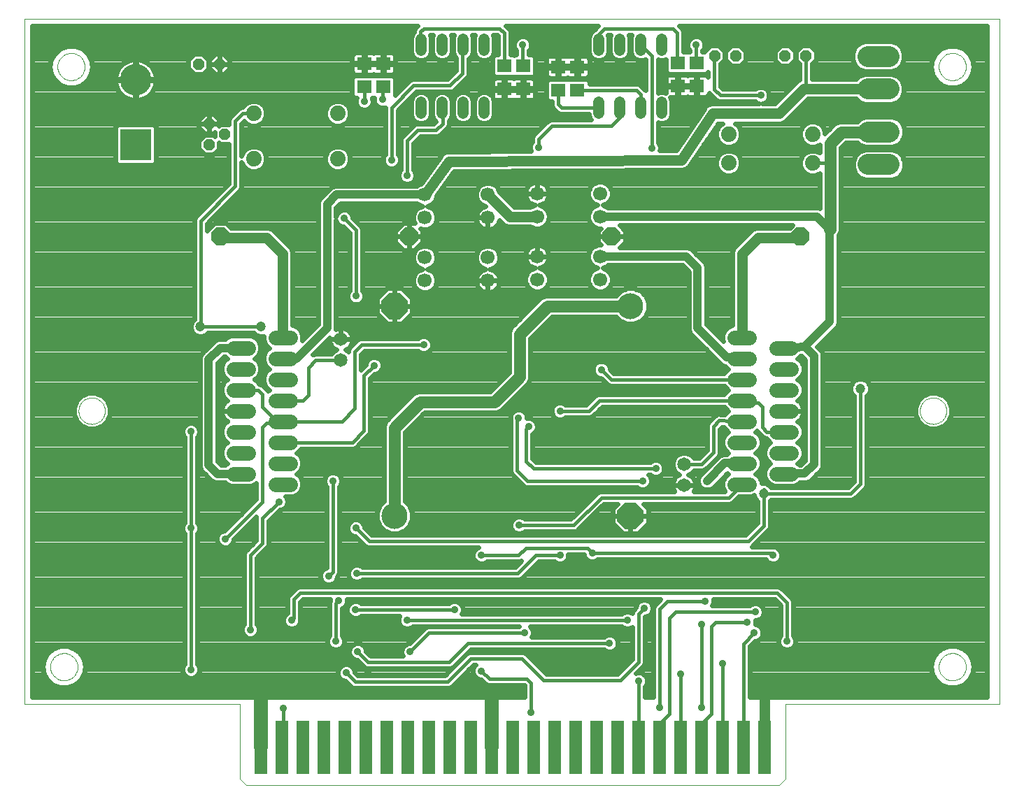
<source format=gbl>
G75*
G70*
%OFA0B0*%
%FSLAX24Y24*%
%IPPOS*%
%LPD*%
%AMOC8*
5,1,8,0,0,1.08239X$1,22.5*
%
%ADD10C,0.0000*%
%ADD11C,0.0709*%
%ADD12C,0.1004*%
%ADD13C,0.0669*%
%ADD14OC8,0.0520*%
%ADD15C,0.0740*%
%ADD16OC8,0.0860*%
%ADD17C,0.0650*%
%ADD18C,0.1240*%
%ADD19OC8,0.1240*%
%ADD20R,0.1500X0.1500*%
%ADD21C,0.1500*%
%ADD22R,0.0600X0.2550*%
%ADD23C,0.0520*%
%ADD24R,0.0709X0.0630*%
%ADD25C,0.0160*%
%ADD26C,0.0356*%
%ADD27C,0.0400*%
%ADD28C,0.0320*%
%ADD29C,0.0500*%
%ADD30C,0.0240*%
%ADD31C,0.0660*%
%ADD32C,0.0560*%
%ADD33C,0.0472*%
D10*
X001029Y005856D02*
X001026Y038516D01*
X047510Y038516D01*
X047513Y005856D01*
X038300Y005856D01*
X038304Y005855D02*
X037304Y005855D01*
X037304Y002300D01*
X037004Y002000D01*
X011604Y002000D01*
X011304Y002300D01*
X011304Y005855D01*
X010304Y005855D01*
X010308Y005856D02*
X001029Y005856D01*
X002260Y007628D02*
X002262Y007678D01*
X002268Y007728D01*
X002278Y007778D01*
X002291Y007826D01*
X002308Y007874D01*
X002329Y007920D01*
X002353Y007964D01*
X002381Y008006D01*
X002412Y008046D01*
X002446Y008083D01*
X002483Y008118D01*
X002522Y008149D01*
X002563Y008178D01*
X002607Y008203D01*
X002653Y008225D01*
X002700Y008243D01*
X002748Y008257D01*
X002797Y008268D01*
X002847Y008275D01*
X002897Y008278D01*
X002948Y008277D01*
X002998Y008272D01*
X003048Y008263D01*
X003096Y008251D01*
X003144Y008234D01*
X003190Y008214D01*
X003235Y008191D01*
X003278Y008164D01*
X003318Y008134D01*
X003356Y008101D01*
X003391Y008065D01*
X003424Y008026D01*
X003453Y007985D01*
X003479Y007942D01*
X003502Y007897D01*
X003521Y007850D01*
X003536Y007802D01*
X003548Y007753D01*
X003556Y007703D01*
X003560Y007653D01*
X003560Y007603D01*
X003556Y007553D01*
X003548Y007503D01*
X003536Y007454D01*
X003521Y007406D01*
X003502Y007359D01*
X003479Y007314D01*
X003453Y007271D01*
X003424Y007230D01*
X003391Y007191D01*
X003356Y007155D01*
X003318Y007122D01*
X003278Y007092D01*
X003235Y007065D01*
X003190Y007042D01*
X003144Y007022D01*
X003096Y007005D01*
X003048Y006993D01*
X002998Y006984D01*
X002948Y006979D01*
X002897Y006978D01*
X002847Y006981D01*
X002797Y006988D01*
X002748Y006999D01*
X002700Y007013D01*
X002653Y007031D01*
X002607Y007053D01*
X002563Y007078D01*
X002522Y007107D01*
X002483Y007138D01*
X002446Y007173D01*
X002412Y007210D01*
X002381Y007250D01*
X002353Y007292D01*
X002329Y007336D01*
X002308Y007382D01*
X002291Y007430D01*
X002278Y007478D01*
X002268Y007528D01*
X002262Y007578D01*
X002260Y007628D01*
X003606Y019833D02*
X003608Y019883D01*
X003614Y019933D01*
X003624Y019982D01*
X003638Y020030D01*
X003655Y020077D01*
X003676Y020122D01*
X003701Y020166D01*
X003729Y020207D01*
X003761Y020246D01*
X003795Y020283D01*
X003832Y020317D01*
X003872Y020347D01*
X003914Y020374D01*
X003958Y020398D01*
X004004Y020419D01*
X004051Y020435D01*
X004099Y020448D01*
X004149Y020457D01*
X004198Y020462D01*
X004249Y020463D01*
X004299Y020460D01*
X004348Y020453D01*
X004397Y020442D01*
X004445Y020427D01*
X004491Y020409D01*
X004536Y020387D01*
X004579Y020361D01*
X004620Y020332D01*
X004659Y020300D01*
X004695Y020265D01*
X004727Y020227D01*
X004757Y020187D01*
X004784Y020144D01*
X004807Y020100D01*
X004826Y020054D01*
X004842Y020006D01*
X004854Y019957D01*
X004862Y019908D01*
X004866Y019858D01*
X004866Y019808D01*
X004862Y019758D01*
X004854Y019709D01*
X004842Y019660D01*
X004826Y019612D01*
X004807Y019566D01*
X004784Y019522D01*
X004757Y019479D01*
X004727Y019439D01*
X004695Y019401D01*
X004659Y019366D01*
X004620Y019334D01*
X004579Y019305D01*
X004536Y019279D01*
X004491Y019257D01*
X004445Y019239D01*
X004397Y019224D01*
X004348Y019213D01*
X004299Y019206D01*
X004249Y019203D01*
X004198Y019204D01*
X004149Y019209D01*
X004099Y019218D01*
X004051Y019231D01*
X004004Y019247D01*
X003958Y019268D01*
X003914Y019292D01*
X003872Y019319D01*
X003832Y019349D01*
X003795Y019383D01*
X003761Y019420D01*
X003729Y019459D01*
X003701Y019500D01*
X003676Y019544D01*
X003655Y019589D01*
X003638Y019636D01*
X003624Y019684D01*
X003614Y019733D01*
X003608Y019783D01*
X003606Y019833D01*
X002601Y036240D02*
X002603Y036290D01*
X002609Y036340D01*
X002619Y036390D01*
X002632Y036438D01*
X002649Y036486D01*
X002670Y036532D01*
X002694Y036576D01*
X002722Y036618D01*
X002753Y036658D01*
X002787Y036695D01*
X002824Y036730D01*
X002863Y036761D01*
X002904Y036790D01*
X002948Y036815D01*
X002994Y036837D01*
X003041Y036855D01*
X003089Y036869D01*
X003138Y036880D01*
X003188Y036887D01*
X003238Y036890D01*
X003289Y036889D01*
X003339Y036884D01*
X003389Y036875D01*
X003437Y036863D01*
X003485Y036846D01*
X003531Y036826D01*
X003576Y036803D01*
X003619Y036776D01*
X003659Y036746D01*
X003697Y036713D01*
X003732Y036677D01*
X003765Y036638D01*
X003794Y036597D01*
X003820Y036554D01*
X003843Y036509D01*
X003862Y036462D01*
X003877Y036414D01*
X003889Y036365D01*
X003897Y036315D01*
X003901Y036265D01*
X003901Y036215D01*
X003897Y036165D01*
X003889Y036115D01*
X003877Y036066D01*
X003862Y036018D01*
X003843Y035971D01*
X003820Y035926D01*
X003794Y035883D01*
X003765Y035842D01*
X003732Y035803D01*
X003697Y035767D01*
X003659Y035734D01*
X003619Y035704D01*
X003576Y035677D01*
X003531Y035654D01*
X003485Y035634D01*
X003437Y035617D01*
X003389Y035605D01*
X003339Y035596D01*
X003289Y035591D01*
X003238Y035590D01*
X003188Y035593D01*
X003138Y035600D01*
X003089Y035611D01*
X003041Y035625D01*
X002994Y035643D01*
X002948Y035665D01*
X002904Y035690D01*
X002863Y035719D01*
X002824Y035750D01*
X002787Y035785D01*
X002753Y035822D01*
X002722Y035862D01*
X002694Y035904D01*
X002670Y035948D01*
X002649Y035994D01*
X002632Y036042D01*
X002619Y036090D01*
X002609Y036140D01*
X002603Y036190D01*
X002601Y036240D01*
X043705Y019833D02*
X043707Y019883D01*
X043713Y019933D01*
X043723Y019982D01*
X043737Y020030D01*
X043754Y020077D01*
X043775Y020122D01*
X043800Y020166D01*
X043828Y020207D01*
X043860Y020246D01*
X043894Y020283D01*
X043931Y020317D01*
X043971Y020347D01*
X044013Y020374D01*
X044057Y020398D01*
X044103Y020419D01*
X044150Y020435D01*
X044198Y020448D01*
X044248Y020457D01*
X044297Y020462D01*
X044348Y020463D01*
X044398Y020460D01*
X044447Y020453D01*
X044496Y020442D01*
X044544Y020427D01*
X044590Y020409D01*
X044635Y020387D01*
X044678Y020361D01*
X044719Y020332D01*
X044758Y020300D01*
X044794Y020265D01*
X044826Y020227D01*
X044856Y020187D01*
X044883Y020144D01*
X044906Y020100D01*
X044925Y020054D01*
X044941Y020006D01*
X044953Y019957D01*
X044961Y019908D01*
X044965Y019858D01*
X044965Y019808D01*
X044961Y019758D01*
X044953Y019709D01*
X044941Y019660D01*
X044925Y019612D01*
X044906Y019566D01*
X044883Y019522D01*
X044856Y019479D01*
X044826Y019439D01*
X044794Y019401D01*
X044758Y019366D01*
X044719Y019334D01*
X044678Y019305D01*
X044635Y019279D01*
X044590Y019257D01*
X044544Y019239D01*
X044496Y019224D01*
X044447Y019213D01*
X044398Y019206D01*
X044348Y019203D01*
X044297Y019204D01*
X044248Y019209D01*
X044198Y019218D01*
X044150Y019231D01*
X044103Y019247D01*
X044057Y019268D01*
X044013Y019292D01*
X043971Y019319D01*
X043931Y019349D01*
X043894Y019383D01*
X043860Y019420D01*
X043828Y019459D01*
X043800Y019500D01*
X043775Y019544D01*
X043754Y019589D01*
X043737Y019636D01*
X043723Y019684D01*
X043713Y019733D01*
X043707Y019783D01*
X043705Y019833D01*
X044599Y007628D02*
X044601Y007678D01*
X044607Y007728D01*
X044617Y007778D01*
X044630Y007826D01*
X044647Y007874D01*
X044668Y007920D01*
X044692Y007964D01*
X044720Y008006D01*
X044751Y008046D01*
X044785Y008083D01*
X044822Y008118D01*
X044861Y008149D01*
X044902Y008178D01*
X044946Y008203D01*
X044992Y008225D01*
X045039Y008243D01*
X045087Y008257D01*
X045136Y008268D01*
X045186Y008275D01*
X045236Y008278D01*
X045287Y008277D01*
X045337Y008272D01*
X045387Y008263D01*
X045435Y008251D01*
X045483Y008234D01*
X045529Y008214D01*
X045574Y008191D01*
X045617Y008164D01*
X045657Y008134D01*
X045695Y008101D01*
X045730Y008065D01*
X045763Y008026D01*
X045792Y007985D01*
X045818Y007942D01*
X045841Y007897D01*
X045860Y007850D01*
X045875Y007802D01*
X045887Y007753D01*
X045895Y007703D01*
X045899Y007653D01*
X045899Y007603D01*
X045895Y007553D01*
X045887Y007503D01*
X045875Y007454D01*
X045860Y007406D01*
X045841Y007359D01*
X045818Y007314D01*
X045792Y007271D01*
X045763Y007230D01*
X045730Y007191D01*
X045695Y007155D01*
X045657Y007122D01*
X045617Y007092D01*
X045574Y007065D01*
X045529Y007042D01*
X045483Y007022D01*
X045435Y007005D01*
X045387Y006993D01*
X045337Y006984D01*
X045287Y006979D01*
X045236Y006978D01*
X045186Y006981D01*
X045136Y006988D01*
X045087Y006999D01*
X045039Y007013D01*
X044992Y007031D01*
X044946Y007053D01*
X044902Y007078D01*
X044861Y007107D01*
X044822Y007138D01*
X044785Y007173D01*
X044751Y007210D01*
X044720Y007250D01*
X044692Y007292D01*
X044668Y007336D01*
X044647Y007382D01*
X044630Y007430D01*
X044617Y007478D01*
X044607Y007528D01*
X044601Y007578D01*
X044599Y007628D01*
X044599Y036240D02*
X044601Y036290D01*
X044607Y036340D01*
X044617Y036390D01*
X044630Y036438D01*
X044647Y036486D01*
X044668Y036532D01*
X044692Y036576D01*
X044720Y036618D01*
X044751Y036658D01*
X044785Y036695D01*
X044822Y036730D01*
X044861Y036761D01*
X044902Y036790D01*
X044946Y036815D01*
X044992Y036837D01*
X045039Y036855D01*
X045087Y036869D01*
X045136Y036880D01*
X045186Y036887D01*
X045236Y036890D01*
X045287Y036889D01*
X045337Y036884D01*
X045387Y036875D01*
X045435Y036863D01*
X045483Y036846D01*
X045529Y036826D01*
X045574Y036803D01*
X045617Y036776D01*
X045657Y036746D01*
X045695Y036713D01*
X045730Y036677D01*
X045763Y036638D01*
X045792Y036597D01*
X045818Y036554D01*
X045841Y036509D01*
X045860Y036462D01*
X045875Y036414D01*
X045887Y036365D01*
X045895Y036315D01*
X045899Y036265D01*
X045899Y036215D01*
X045895Y036165D01*
X045887Y036115D01*
X045875Y036066D01*
X045860Y036018D01*
X045841Y035971D01*
X045818Y035926D01*
X045792Y035883D01*
X045763Y035842D01*
X045730Y035803D01*
X045695Y035767D01*
X045657Y035734D01*
X045617Y035704D01*
X045574Y035677D01*
X045529Y035654D01*
X045483Y035634D01*
X045435Y035617D01*
X045387Y035605D01*
X045337Y035596D01*
X045287Y035591D01*
X045236Y035590D01*
X045186Y035593D01*
X045136Y035600D01*
X045087Y035611D01*
X045039Y035625D01*
X044992Y035643D01*
X044946Y035665D01*
X044902Y035690D01*
X044861Y035719D01*
X044822Y035750D01*
X044785Y035785D01*
X044751Y035822D01*
X044720Y035862D01*
X044692Y035904D01*
X044668Y035948D01*
X044647Y035994D01*
X044630Y036042D01*
X044617Y036090D01*
X044607Y036140D01*
X044601Y036190D01*
X044599Y036240D01*
D11*
X035580Y023333D02*
X034871Y023333D01*
X034871Y022333D02*
X035580Y022333D01*
X035580Y021333D02*
X034871Y021333D01*
X034871Y020333D02*
X035580Y020333D01*
X035580Y019333D02*
X034871Y019333D01*
X034871Y018333D02*
X035580Y018333D01*
X035580Y017333D02*
X034871Y017333D01*
X034871Y016333D02*
X035580Y016333D01*
X036871Y016833D02*
X037580Y016833D01*
X037580Y017833D02*
X036871Y017833D01*
X036871Y018833D02*
X037580Y018833D01*
X037580Y019833D02*
X036871Y019833D01*
X036871Y020833D02*
X037580Y020833D01*
X037580Y021833D02*
X036871Y021833D01*
X036871Y022833D02*
X037580Y022833D01*
X013700Y023333D02*
X012991Y023333D01*
X012991Y022333D02*
X013700Y022333D01*
X013700Y021333D02*
X012991Y021333D01*
X012991Y020333D02*
X013700Y020333D01*
X013700Y019333D02*
X012991Y019333D01*
X012991Y018333D02*
X013700Y018333D01*
X013700Y017333D02*
X012991Y017333D01*
X012991Y016333D02*
X013700Y016333D01*
X011700Y016833D02*
X010991Y016833D01*
X010991Y017833D02*
X011700Y017833D01*
X011700Y018833D02*
X010991Y018833D01*
X010991Y019833D02*
X011700Y019833D01*
X011700Y020833D02*
X010991Y020833D01*
X010991Y021833D02*
X011700Y021833D01*
X011700Y022833D02*
X010991Y022833D01*
D12*
X041236Y031571D02*
X042240Y031571D01*
X042240Y033130D02*
X041236Y033130D01*
X041215Y035171D02*
X042219Y035171D01*
X042219Y036730D02*
X041215Y036730D01*
D13*
X028460Y030191D03*
X028460Y029091D03*
X028460Y027191D03*
X028460Y026091D03*
X025460Y026091D03*
X025460Y027191D03*
X025460Y029091D03*
X025460Y030191D03*
X023110Y030141D03*
X023110Y029041D03*
X023110Y027141D03*
X023110Y026041D03*
X020110Y026041D03*
X020110Y027141D03*
X020110Y029041D03*
X020110Y030141D03*
D14*
X010566Y033022D03*
X009816Y033522D03*
X009816Y032522D03*
X010316Y036368D03*
X009316Y036368D03*
X033922Y036762D03*
X034922Y036762D03*
X037269Y036762D03*
X038269Y036762D03*
D15*
X038588Y033022D03*
X038588Y031644D03*
X034588Y031644D03*
X034588Y033022D03*
X015950Y034006D03*
X015950Y031841D03*
X011950Y031841D03*
X011950Y034006D03*
D16*
X010360Y028141D03*
X019360Y028141D03*
X029010Y028141D03*
X038010Y028141D03*
D17*
X032460Y017291D03*
X032460Y016291D03*
X016110Y022241D03*
X016110Y023241D03*
D18*
X018660Y014833D03*
X029910Y024833D03*
D19*
X018660Y024833D03*
X029910Y014833D03*
D20*
X006325Y032515D03*
D21*
X006325Y035620D03*
D22*
X012304Y003800D03*
X013304Y003800D03*
X014304Y003800D03*
X015304Y003800D03*
X016304Y003800D03*
X017304Y003800D03*
X018304Y003800D03*
X019304Y003800D03*
X020304Y003800D03*
X021304Y003800D03*
X022304Y003800D03*
X023304Y003800D03*
X024304Y003800D03*
X025304Y003800D03*
X026304Y003800D03*
X027304Y003800D03*
X028304Y003800D03*
X029304Y003800D03*
X030304Y003800D03*
X031304Y003800D03*
X032304Y003800D03*
X033304Y003800D03*
X034304Y003800D03*
X035304Y003800D03*
X036304Y003800D03*
D23*
X031395Y034018D02*
X031395Y034538D01*
X030395Y034538D02*
X030395Y034018D01*
X029395Y034018D02*
X029395Y034538D01*
X028395Y034538D02*
X028395Y034018D01*
X028395Y037018D02*
X028395Y037538D01*
X029395Y037538D02*
X029395Y037018D01*
X030395Y037018D02*
X030395Y037538D01*
X031395Y037538D02*
X031395Y037018D01*
X022930Y037018D02*
X022930Y037538D01*
X021930Y037538D02*
X021930Y037018D01*
X020930Y037018D02*
X020930Y037538D01*
X019930Y037538D02*
X019930Y037018D01*
X019930Y034538D02*
X019930Y034018D01*
X020930Y034018D02*
X020930Y034538D01*
X021930Y034538D02*
X021930Y034018D01*
X022930Y034018D02*
X022930Y034538D01*
D24*
X023897Y035172D03*
X024806Y035172D03*
X024806Y036274D03*
X023897Y036274D03*
X026469Y036234D03*
X027379Y036234D03*
X027379Y035131D03*
X026469Y035131D03*
X032166Y035322D03*
X033076Y035322D03*
X033076Y036424D03*
X032166Y036424D03*
X018129Y036384D03*
X017219Y036384D03*
X017219Y035281D03*
X018129Y035281D03*
D25*
X018084Y035236D01*
X018084Y034675D01*
X018517Y034282D02*
X019580Y035345D01*
X021312Y035345D01*
X021903Y035935D01*
X021903Y037250D01*
X021930Y037278D01*
X023674Y038061D02*
X020052Y038061D01*
X019895Y037904D01*
X019895Y037313D01*
X019930Y037278D01*
X017219Y035281D02*
X017218Y035279D01*
X017218Y034597D01*
X018517Y034282D02*
X018517Y031801D01*
X019265Y031053D02*
X019265Y032707D01*
X019777Y033219D01*
X020643Y033219D01*
X020958Y033534D01*
X020958Y034250D01*
X020930Y034278D01*
X023897Y036274D02*
X023897Y037839D01*
X023674Y038061D01*
X024777Y037274D02*
X024777Y036304D01*
X024806Y036274D01*
X026469Y035131D02*
X026469Y034439D01*
X026631Y034278D01*
X028395Y034278D01*
X029383Y034266D02*
X029383Y033809D01*
X028989Y033415D01*
X026155Y033415D01*
X025525Y032786D01*
X025525Y032392D01*
X027379Y035131D02*
X030187Y035131D01*
X030406Y034911D01*
X030406Y034289D01*
X030395Y034278D01*
X029395Y034278D02*
X029383Y034266D01*
X030918Y032352D02*
X030918Y036754D01*
X030395Y037278D01*
X031942Y038061D02*
X028674Y038061D01*
X028395Y037782D01*
X028395Y037278D01*
X031942Y038061D02*
X032139Y037864D01*
X032139Y036452D01*
X032166Y036424D01*
X033044Y036456D02*
X033044Y037274D01*
X033044Y036456D02*
X033076Y036424D01*
X033910Y036750D02*
X033922Y036762D01*
X033910Y036750D02*
X033910Y035148D01*
X034186Y034872D01*
X036115Y034872D01*
X038162Y035187D02*
X038269Y035293D01*
X038269Y036762D01*
X038588Y031644D02*
X039422Y031644D01*
X028985Y021333D02*
X028517Y021801D01*
X028985Y021333D02*
X035225Y021333D01*
X035225Y020333D02*
X028426Y020333D01*
X027926Y019833D01*
X026548Y019833D01*
X025052Y019085D02*
X024934Y018967D01*
X024934Y017431D01*
X025288Y017077D01*
X031115Y017077D01*
X030485Y016486D02*
X025013Y016486D01*
X024501Y016998D01*
X024501Y019400D01*
X024580Y019478D01*
X020052Y022982D02*
X017099Y022982D01*
X016760Y022643D01*
X016760Y019941D01*
X016151Y019331D01*
X013347Y019331D01*
X013345Y019333D01*
X013255Y019242D01*
X012572Y019242D01*
X012375Y019045D01*
X012375Y015502D01*
X010603Y013730D01*
X011784Y012943D02*
X012375Y013534D01*
X012375Y014715D01*
X013162Y015502D01*
X015721Y016486D02*
X015721Y012156D01*
X015525Y011959D01*
X015997Y010778D02*
X015860Y010641D01*
X015860Y008841D01*
X016910Y008341D02*
X017410Y007841D01*
X021260Y007841D01*
X022160Y008741D01*
X028910Y008741D01*
X029760Y009841D02*
X019260Y009841D01*
X020310Y009241D02*
X019410Y008341D01*
X020310Y009241D02*
X024860Y009241D01*
X024737Y008022D02*
X025761Y006998D01*
X029422Y006998D01*
X030288Y007864D01*
X030288Y010148D01*
X030564Y010423D01*
X031310Y010391D02*
X031660Y010741D01*
X033460Y010741D01*
X033960Y009741D02*
X035460Y009741D01*
X035860Y010241D02*
X032060Y010241D01*
X031760Y009941D01*
X031760Y005391D01*
X031304Y004935D01*
X031304Y003800D01*
X030304Y003800D02*
X030304Y006141D01*
X030310Y006941D01*
X031310Y005691D02*
X031310Y010391D01*
X033310Y009641D02*
X033310Y005691D01*
X033760Y005391D02*
X033760Y009541D01*
X033960Y009741D01*
X035304Y008735D02*
X035810Y009241D01*
X035304Y008735D02*
X035304Y003800D01*
X034304Y003800D02*
X034304Y007785D01*
X034310Y007791D01*
X032310Y007291D02*
X032310Y003800D01*
X032304Y003800D01*
X033304Y003800D02*
X033304Y004935D01*
X033760Y005391D01*
X037360Y008841D02*
X037360Y010691D01*
X036910Y011141D01*
X014160Y011141D01*
X013860Y010841D01*
X013860Y009941D01*
X013760Y009841D01*
X011784Y009400D02*
X011784Y012943D01*
X008960Y014237D02*
X008960Y007499D01*
X013359Y005660D02*
X013359Y003800D01*
X013304Y003800D01*
X016782Y006919D02*
X016360Y007341D01*
X016782Y006919D02*
X021194Y006919D01*
X022296Y008022D01*
X024737Y008022D01*
X024973Y007037D02*
X023202Y007037D01*
X022808Y007431D01*
X024973Y007037D02*
X025170Y006841D01*
X025170Y005463D01*
X021517Y010341D02*
X016810Y010341D01*
X016863Y012077D02*
X024540Y012077D01*
X025406Y012943D01*
X026548Y012943D01*
X027847Y013297D02*
X028084Y013061D01*
X036588Y013061D01*
X036706Y012943D01*
X035525Y013612D02*
X036273Y014360D01*
X036273Y016080D01*
X036260Y016093D01*
X036260Y015891D01*
X040410Y015891D01*
X040860Y016341D01*
X040860Y020891D01*
X037225Y018833D02*
X036406Y018833D01*
X036194Y019045D01*
X036194Y020030D01*
X035997Y020226D01*
X035332Y020226D01*
X035225Y020333D01*
X035225Y019333D02*
X034142Y019373D01*
X033860Y019091D01*
X033860Y017841D01*
X033310Y017291D01*
X032460Y017291D01*
X034592Y015699D02*
X035225Y016333D01*
X034592Y015699D02*
X028517Y015699D01*
X027192Y014374D01*
X024599Y014380D01*
X024934Y013297D02*
X027847Y013297D01*
X024934Y013297D02*
X024580Y012943D01*
X022808Y012943D01*
X017454Y013612D02*
X035525Y013612D01*
X023110Y027141D02*
X022860Y027141D01*
X016824Y028455D02*
X016824Y025305D01*
X016110Y022241D02*
X014910Y022241D01*
X014560Y021891D01*
X014560Y020591D01*
X014301Y020331D01*
X013345Y020333D01*
X013345Y019333D02*
X013072Y019333D01*
X012375Y020030D01*
X012375Y020620D01*
X012178Y020817D01*
X011361Y020817D01*
X011345Y020833D01*
X008960Y018841D02*
X008960Y014237D01*
X013347Y018331D02*
X013345Y018333D01*
X013347Y018331D02*
X016651Y018331D01*
X017210Y018891D01*
X017210Y021519D01*
X017690Y021998D01*
X012310Y023841D02*
X009410Y023841D01*
X009422Y023853D01*
X009422Y028888D01*
X011076Y030541D01*
X011076Y033652D01*
X011430Y034006D01*
X011950Y034006D01*
X016273Y029006D02*
X016824Y028455D01*
X016824Y014242D02*
X017454Y013612D01*
D26*
X016824Y014242D03*
X016863Y012077D03*
X015525Y011959D03*
X015997Y010778D03*
X016810Y010341D03*
X015860Y008841D03*
X016910Y008341D03*
X017410Y007341D03*
X016360Y007341D03*
X019410Y008341D03*
X019260Y009841D03*
X021517Y010341D03*
X022808Y012943D03*
X024599Y014380D03*
X024383Y015778D03*
X025918Y015620D03*
X027966Y017746D03*
X026548Y019833D03*
X025052Y019085D03*
X024580Y019478D03*
X021548Y016841D03*
X026548Y012943D03*
X026863Y011723D03*
X028084Y013061D03*
X030564Y010423D03*
X029760Y009841D03*
X028910Y008741D03*
X029658Y008455D03*
X030310Y006941D03*
X031310Y005691D03*
X032310Y007291D03*
X033310Y005691D03*
X034310Y007791D03*
X035810Y009241D03*
X035460Y009741D03*
X035860Y010241D03*
X037360Y008841D03*
X033460Y010741D03*
X033310Y009641D03*
X036706Y012943D03*
X031115Y017077D03*
X030485Y016486D03*
X028517Y021801D03*
X020052Y022982D03*
X017690Y021998D03*
X016824Y025305D03*
X016273Y029006D03*
X019265Y031053D03*
X018517Y031801D03*
X018084Y034675D03*
X017218Y034597D03*
X024777Y037274D03*
X029540Y035778D03*
X032532Y034242D03*
X030918Y032352D03*
X025525Y032392D03*
X033044Y037274D03*
X036115Y034872D03*
X015721Y016486D03*
X013162Y015502D03*
X010603Y013730D03*
X008960Y014237D03*
X013760Y009841D03*
X011784Y009400D03*
X008960Y007499D03*
X013359Y005660D03*
X022808Y007431D03*
X024860Y009241D03*
X025660Y008041D03*
X025170Y005463D03*
X008960Y018841D03*
D27*
X009810Y017241D02*
X010220Y016831D01*
X011345Y016833D01*
X009810Y017241D02*
X009810Y022291D01*
X010351Y022831D01*
X011345Y022833D01*
X013338Y023339D02*
X013345Y023333D01*
X013345Y022333D02*
X014001Y022331D01*
X015460Y023791D01*
X015460Y029691D01*
X015910Y030141D01*
X020110Y030141D01*
X028460Y029091D02*
X038810Y029091D01*
X039410Y028491D01*
X039410Y024091D01*
X038192Y022873D01*
X037225Y022833D01*
X038229Y022873D01*
X038660Y022441D01*
X038660Y017291D01*
X038210Y016841D01*
X037257Y016841D01*
X037225Y016833D01*
X035225Y017333D02*
X035194Y017341D01*
X034410Y017341D01*
X033560Y016491D01*
X034510Y022373D02*
X035225Y022333D01*
X034510Y022373D02*
X033110Y023773D01*
X033110Y026641D01*
X032560Y027191D01*
X028460Y027191D01*
X013355Y017341D02*
X013345Y017333D01*
D28*
X013345Y022333D02*
X013355Y022341D01*
D29*
X013338Y023339D02*
X013338Y027335D01*
X012572Y028100D01*
X010401Y028100D01*
X010360Y028141D01*
X020110Y030127D02*
X021273Y031723D01*
X032336Y031801D01*
X033832Y034006D01*
X036981Y034006D01*
X038162Y035187D01*
X041701Y035187D01*
X041717Y035171D01*
X038010Y028141D02*
X037970Y028100D01*
X035997Y028100D01*
X035225Y027329D01*
X035225Y023333D01*
X025460Y029091D02*
X024160Y029091D01*
X023110Y030141D01*
X020110Y030141D02*
X020110Y030127D01*
X036310Y006391D02*
X036304Y006385D01*
X036304Y003800D01*
D30*
X035604Y006191D02*
X035604Y008610D01*
X035837Y008843D01*
X035890Y008843D01*
X036036Y008904D01*
X036148Y009016D01*
X036209Y009162D01*
X036209Y009320D01*
X036148Y009467D01*
X036036Y009579D01*
X035890Y009639D01*
X035849Y009639D01*
X035859Y009662D01*
X035859Y009820D01*
X035849Y009843D01*
X035940Y009843D01*
X036086Y009904D01*
X036198Y010016D01*
X036259Y010162D01*
X036259Y010320D01*
X036198Y010467D01*
X036086Y010579D01*
X035940Y010639D01*
X035781Y010639D01*
X035635Y010579D01*
X035597Y010541D01*
X033808Y010541D01*
X033859Y010662D01*
X033859Y010820D01*
X033850Y010841D01*
X036786Y010841D01*
X037060Y010567D01*
X037060Y009104D01*
X037023Y009067D01*
X036962Y008920D01*
X036962Y008762D01*
X037023Y008616D01*
X037135Y008504D01*
X037281Y008443D01*
X037440Y008443D01*
X037586Y008504D01*
X037698Y008616D01*
X037759Y008762D01*
X037759Y008920D01*
X037698Y009067D01*
X037660Y009104D01*
X037660Y010751D01*
X037615Y010861D01*
X037165Y011311D01*
X037080Y011395D01*
X036970Y011441D01*
X014101Y011441D01*
X013990Y011395D01*
X013690Y011095D01*
X013606Y011011D01*
X013560Y010901D01*
X013560Y010189D01*
X013535Y010179D01*
X013423Y010067D01*
X013362Y009920D01*
X013362Y009762D01*
X013423Y009616D01*
X013535Y009504D01*
X013681Y009443D01*
X013840Y009443D01*
X013986Y009504D01*
X014098Y009616D01*
X014159Y009762D01*
X014159Y009877D01*
X014160Y009881D01*
X014160Y010717D01*
X014285Y010841D01*
X015599Y010841D01*
X015599Y010794D01*
X015560Y010701D01*
X015560Y009104D01*
X015523Y009067D01*
X015462Y008920D01*
X015462Y008762D01*
X015523Y008616D01*
X015635Y008504D01*
X015781Y008443D01*
X015940Y008443D01*
X016086Y008504D01*
X016198Y008616D01*
X016259Y008762D01*
X016259Y008920D01*
X016198Y009067D01*
X016160Y009104D01*
X016160Y010414D01*
X016223Y010440D01*
X016335Y010552D01*
X016395Y010698D01*
X016395Y010841D01*
X031336Y010841D01*
X031056Y010561D01*
X031010Y010451D01*
X031010Y006191D01*
X030605Y006191D01*
X030608Y006676D01*
X030648Y006716D01*
X030709Y006862D01*
X030709Y007020D01*
X030648Y007167D01*
X030536Y007279D01*
X030390Y007339D01*
X030231Y007339D01*
X030157Y007308D01*
X030458Y007610D01*
X030543Y007694D01*
X030588Y007805D01*
X030588Y010023D01*
X030590Y010025D01*
X030643Y010025D01*
X030789Y010086D01*
X030901Y010198D01*
X030962Y010344D01*
X030962Y010502D01*
X030901Y010649D01*
X030789Y010761D01*
X030643Y010821D01*
X030485Y010821D01*
X030338Y010761D01*
X030226Y010649D01*
X030166Y010502D01*
X030166Y010449D01*
X030034Y010318D01*
X029988Y010207D01*
X029988Y010176D01*
X029986Y010179D01*
X029840Y010239D01*
X029681Y010239D01*
X029535Y010179D01*
X029497Y010141D01*
X021865Y010141D01*
X021915Y010262D01*
X021915Y010420D01*
X021854Y010567D01*
X021742Y010679D01*
X021596Y010739D01*
X021438Y010739D01*
X021291Y010679D01*
X021254Y010641D01*
X017073Y010641D01*
X017036Y010679D01*
X016890Y010739D01*
X016731Y010739D01*
X016585Y010679D01*
X016473Y010567D01*
X016412Y010420D01*
X016412Y010262D01*
X016473Y010116D01*
X016585Y010004D01*
X016731Y009943D01*
X016890Y009943D01*
X017036Y010004D01*
X017073Y010041D01*
X018912Y010041D01*
X018862Y009920D01*
X018862Y009762D01*
X018923Y009616D01*
X019035Y009504D01*
X019181Y009443D01*
X019340Y009443D01*
X019486Y009504D01*
X019523Y009541D01*
X024597Y009541D01*
X020251Y009541D01*
X020140Y009495D01*
X019384Y008739D01*
X019331Y008739D01*
X019185Y008679D01*
X019073Y008567D01*
X019012Y008420D01*
X019012Y008262D01*
X019062Y008141D01*
X017535Y008141D01*
X017309Y008367D01*
X017309Y008420D01*
X017248Y008567D01*
X017136Y008679D01*
X016990Y008739D01*
X016831Y008739D01*
X016685Y008679D01*
X016573Y008567D01*
X016512Y008420D01*
X016512Y008262D01*
X016573Y008116D01*
X016685Y008004D01*
X016831Y007943D01*
X016884Y007943D01*
X017240Y007587D01*
X017351Y007541D01*
X021320Y007541D01*
X021430Y007587D01*
X021515Y007671D01*
X022285Y008441D01*
X028647Y008441D01*
X028685Y008404D01*
X028831Y008343D01*
X028990Y008343D01*
X029136Y008404D01*
X029248Y008516D01*
X029309Y008662D01*
X029309Y008820D01*
X029248Y008967D01*
X029136Y009079D01*
X028990Y009139D01*
X028831Y009139D01*
X028685Y009079D01*
X028647Y009041D01*
X025208Y009041D01*
X025259Y009162D01*
X025259Y009320D01*
X025198Y009467D01*
X025123Y009541D01*
X029497Y009541D01*
X029535Y009504D01*
X029681Y009443D01*
X029840Y009443D01*
X029986Y009504D01*
X029988Y009506D01*
X029988Y007989D01*
X029298Y007298D01*
X025885Y007298D01*
X024907Y008276D01*
X024797Y008322D01*
X022237Y008322D01*
X022126Y008276D01*
X022042Y008192D01*
X021070Y007219D01*
X016906Y007219D01*
X016759Y007367D01*
X016759Y007420D01*
X016698Y007567D01*
X016586Y007679D01*
X016440Y007739D01*
X016281Y007739D01*
X016135Y007679D01*
X016023Y007567D01*
X015962Y007420D01*
X015962Y007262D01*
X016023Y007116D01*
X016135Y007004D01*
X016281Y006943D01*
X016334Y006943D01*
X016612Y006665D01*
X016722Y006619D01*
X021254Y006619D01*
X021364Y006665D01*
X021448Y006749D01*
X021448Y006749D01*
X022421Y007722D01*
X022536Y007722D01*
X022471Y007657D01*
X022410Y007510D01*
X022410Y007352D01*
X022471Y007206D01*
X022583Y007094D01*
X022729Y007033D01*
X022782Y007033D01*
X023032Y006783D01*
X023142Y006737D01*
X024849Y006737D01*
X024870Y006716D01*
X024870Y006191D01*
X001410Y006191D01*
X001410Y038191D01*
X019758Y038191D01*
X019725Y038158D01*
X019640Y038074D01*
X019595Y037963D01*
X019595Y037881D01*
X019523Y037810D01*
X019450Y037633D01*
X019450Y036922D01*
X019523Y036746D01*
X019658Y036611D01*
X019835Y036538D01*
X020026Y036538D01*
X020202Y036611D01*
X020337Y036746D01*
X020410Y036922D01*
X020410Y037633D01*
X020357Y037761D01*
X020503Y037761D01*
X020450Y037633D01*
X020450Y036922D01*
X020523Y036746D01*
X020658Y036611D01*
X020835Y036538D01*
X021026Y036538D01*
X021202Y036611D01*
X021337Y036746D01*
X021410Y036922D01*
X021410Y037633D01*
X021357Y037761D01*
X021503Y037761D01*
X021450Y037633D01*
X021450Y036922D01*
X021523Y036746D01*
X021603Y036666D01*
X021603Y036059D01*
X021188Y035645D01*
X019520Y035645D01*
X019410Y035599D01*
X019325Y035515D01*
X018703Y034892D01*
X018703Y035687D01*
X018574Y035816D01*
X017683Y035816D01*
X017674Y035807D01*
X017665Y035816D01*
X016774Y035816D01*
X016645Y035687D01*
X016645Y034875D01*
X016774Y034746D01*
X016849Y034746D01*
X016819Y034676D01*
X016819Y034517D01*
X016880Y034371D01*
X016992Y034259D01*
X017138Y034198D01*
X017297Y034198D01*
X017443Y034259D01*
X017555Y034371D01*
X017616Y034517D01*
X017616Y034676D01*
X017586Y034746D01*
X017665Y034746D01*
X017674Y034755D01*
X017683Y034746D01*
X017686Y034746D01*
X017686Y034596D01*
X017746Y034450D01*
X017858Y034338D01*
X018004Y034277D01*
X018163Y034277D01*
X018217Y034299D01*
X018217Y032064D01*
X018179Y032027D01*
X018119Y031880D01*
X018119Y031722D01*
X018179Y031576D01*
X018291Y031464D01*
X018438Y031403D01*
X018596Y031403D01*
X018742Y031464D01*
X018854Y031576D01*
X018915Y031722D01*
X018915Y031880D01*
X018854Y032027D01*
X018817Y032064D01*
X018817Y034157D01*
X019704Y035045D01*
X021372Y035045D01*
X021482Y035090D01*
X022072Y035681D01*
X022157Y035765D01*
X022203Y035875D01*
X022203Y036611D01*
X022337Y036746D01*
X022410Y036922D01*
X022410Y037633D01*
X022357Y037761D01*
X022503Y037761D01*
X022450Y037633D01*
X022450Y036922D01*
X022523Y036746D01*
X022658Y036611D01*
X022835Y036538D01*
X023026Y036538D01*
X023202Y036611D01*
X023337Y036746D01*
X023410Y036922D01*
X023410Y037633D01*
X023357Y037761D01*
X023550Y037761D01*
X023597Y037714D01*
X023597Y036809D01*
X023451Y036809D01*
X023322Y036680D01*
X023322Y035868D01*
X023451Y035739D01*
X024342Y035739D01*
X024351Y035748D01*
X024361Y035739D01*
X025252Y035739D01*
X025380Y035868D01*
X025380Y036680D01*
X025252Y036809D01*
X025077Y036809D01*
X025077Y037011D01*
X025114Y037048D01*
X025175Y037195D01*
X025175Y037353D01*
X025114Y037499D01*
X025002Y037611D01*
X024856Y037672D01*
X024697Y037672D01*
X024551Y037611D01*
X024439Y037499D01*
X024378Y037353D01*
X024378Y037195D01*
X024439Y037048D01*
X024477Y037011D01*
X024477Y036809D01*
X024361Y036809D01*
X024351Y036800D01*
X024342Y036809D01*
X024197Y036809D01*
X024197Y037898D01*
X024151Y038009D01*
X023969Y038191D01*
X028380Y038191D01*
X028141Y037952D01*
X028123Y037945D01*
X027988Y037810D01*
X027915Y037633D01*
X027915Y036922D01*
X027988Y036746D01*
X028123Y036611D01*
X028299Y036538D01*
X028490Y036538D01*
X028667Y036611D01*
X028802Y036746D01*
X028875Y036922D01*
X028875Y037633D01*
X028822Y037761D01*
X028968Y037761D01*
X028915Y037633D01*
X028915Y036922D01*
X028988Y036746D01*
X029123Y036611D01*
X029299Y036538D01*
X029490Y036538D01*
X029667Y036611D01*
X029802Y036746D01*
X029875Y036922D01*
X029875Y037633D01*
X029822Y037761D01*
X029968Y037761D01*
X029915Y037633D01*
X029915Y036922D01*
X029988Y036746D01*
X030123Y036611D01*
X030299Y036538D01*
X030490Y036538D01*
X030618Y036591D01*
X030618Y035124D01*
X030576Y035166D01*
X030357Y035386D01*
X030246Y035431D01*
X027953Y035431D01*
X027953Y035537D01*
X027824Y035666D01*
X026933Y035666D01*
X026924Y035657D01*
X026915Y035666D01*
X026024Y035666D01*
X025895Y035537D01*
X025895Y034725D01*
X026024Y034596D01*
X026169Y034596D01*
X026169Y034379D01*
X026215Y034269D01*
X026461Y034023D01*
X026571Y033978D01*
X027915Y033978D01*
X027915Y033922D01*
X027988Y033746D01*
X028018Y033715D01*
X026095Y033715D01*
X025985Y033670D01*
X025900Y033585D01*
X025270Y032955D01*
X025225Y032845D01*
X025225Y032655D01*
X025187Y032617D01*
X025126Y032471D01*
X025126Y032313D01*
X025165Y032220D01*
X021327Y032193D01*
X021292Y032201D01*
X021234Y032192D01*
X021176Y032192D01*
X021143Y032178D01*
X021107Y032172D01*
X021057Y032142D01*
X021004Y032119D01*
X020978Y032094D01*
X020948Y032075D01*
X020913Y032028D01*
X020872Y031986D01*
X020859Y031953D01*
X019918Y030662D01*
X019796Y030611D01*
X019746Y030561D01*
X015827Y030561D01*
X015673Y030497D01*
X015554Y030379D01*
X015223Y030047D01*
X015223Y030047D01*
X015104Y029929D01*
X015040Y029775D01*
X015040Y023965D01*
X014260Y023185D01*
X014274Y023219D01*
X014274Y023447D01*
X014187Y023658D01*
X014025Y023820D01*
X013814Y023907D01*
X013808Y023907D01*
X013808Y027428D01*
X013736Y027601D01*
X012970Y028367D01*
X012838Y028499D01*
X012665Y028570D01*
X010850Y028570D01*
X010630Y028791D01*
X010091Y028791D01*
X009722Y028422D01*
X009722Y028764D01*
X011330Y030371D01*
X011376Y030482D01*
X011376Y031685D01*
X011450Y031506D01*
X011616Y031340D01*
X011832Y031251D01*
X012067Y031251D01*
X012284Y031340D01*
X012450Y031506D01*
X012540Y031723D01*
X012540Y031958D01*
X012450Y032175D01*
X012284Y032341D01*
X012067Y032431D01*
X011832Y032431D01*
X011616Y032341D01*
X011450Y032175D01*
X011376Y031997D01*
X011376Y033527D01*
X011485Y033637D01*
X011616Y033506D01*
X011832Y033416D01*
X012067Y033416D01*
X012284Y033506D01*
X012450Y033672D01*
X012540Y033889D01*
X012540Y034123D01*
X012450Y034340D01*
X012284Y034506D01*
X012067Y034596D01*
X011832Y034596D01*
X011616Y034506D01*
X011450Y034340D01*
X011435Y034306D01*
X011370Y034306D01*
X011260Y034260D01*
X010906Y033906D01*
X010821Y033822D01*
X010776Y033711D01*
X010776Y033491D01*
X010765Y033502D01*
X010367Y033502D01*
X010296Y033431D01*
X010296Y033522D01*
X010296Y033721D01*
X010015Y034002D01*
X009816Y034002D01*
X009816Y033522D01*
X009816Y033522D01*
X009816Y034002D01*
X009617Y034002D01*
X009336Y033721D01*
X009336Y033522D01*
X009816Y033522D01*
X010296Y033522D01*
X009816Y033522D01*
X009816Y033522D01*
X009816Y033522D01*
X009336Y033522D01*
X009336Y033323D01*
X009617Y033042D01*
X009816Y033042D01*
X010015Y033042D01*
X010086Y033113D01*
X010086Y032931D01*
X010015Y033002D01*
X009617Y033002D01*
X009336Y032721D01*
X009336Y032323D01*
X009617Y032042D01*
X010015Y032042D01*
X010296Y032323D01*
X010296Y032613D01*
X010367Y032542D01*
X010765Y032542D01*
X010776Y032553D01*
X010776Y030666D01*
X009168Y029058D01*
X009122Y028948D01*
X009122Y024198D01*
X009024Y024099D01*
X008954Y023932D01*
X008954Y023750D01*
X009024Y023583D01*
X009152Y023454D01*
X009320Y023385D01*
X009501Y023385D01*
X009669Y023454D01*
X009756Y023541D01*
X011965Y023541D01*
X012052Y023454D01*
X012220Y023385D01*
X012401Y023385D01*
X012417Y023391D01*
X012417Y023219D01*
X012504Y023007D01*
X012666Y022846D01*
X012697Y022833D01*
X012666Y022820D01*
X012504Y022658D01*
X012417Y022447D01*
X012417Y022219D01*
X012504Y022007D01*
X012666Y021846D01*
X012697Y021833D01*
X012666Y021820D01*
X012504Y021658D01*
X012417Y021447D01*
X012417Y021219D01*
X012504Y021007D01*
X012666Y020846D01*
X012697Y020833D01*
X012666Y020820D01*
X012631Y020785D01*
X012629Y020790D01*
X012432Y020987D01*
X012348Y021071D01*
X012238Y021117D01*
X012204Y021117D01*
X012187Y021158D01*
X012025Y021320D01*
X011993Y021333D01*
X012025Y021346D01*
X012187Y021507D01*
X012274Y021719D01*
X012274Y021947D01*
X012187Y022158D01*
X012025Y022320D01*
X011993Y022333D01*
X012025Y022346D01*
X012187Y022507D01*
X012274Y022719D01*
X012274Y022947D01*
X012187Y023158D01*
X012025Y023320D01*
X011814Y023407D01*
X010877Y023407D01*
X010666Y023320D01*
X010598Y023252D01*
X010350Y023251D01*
X010267Y023251D01*
X010267Y023251D01*
X010266Y023251D01*
X010190Y023219D01*
X010113Y023187D01*
X010112Y023187D01*
X010054Y023128D01*
X009573Y022647D01*
X009454Y022529D01*
X009390Y022375D01*
X009390Y017157D01*
X009454Y017003D01*
X009864Y016593D01*
X009865Y016593D01*
X009923Y016534D01*
X009982Y016475D01*
X009983Y016475D01*
X010060Y016443D01*
X010137Y016411D01*
X010137Y016411D01*
X010137Y016411D01*
X010221Y016411D01*
X010304Y016411D01*
X010304Y016411D01*
X010600Y016412D01*
X010666Y016346D01*
X010877Y016258D01*
X011814Y016258D01*
X012025Y016346D01*
X012075Y016396D01*
X012075Y015626D01*
X010577Y014129D01*
X010524Y014129D01*
X010378Y014068D01*
X010266Y013956D01*
X010205Y013810D01*
X010205Y013651D01*
X010266Y013505D01*
X010378Y013393D01*
X010524Y013332D01*
X010683Y013332D01*
X010829Y013393D01*
X010941Y013505D01*
X011001Y013651D01*
X011001Y013704D01*
X012077Y014780D01*
X012075Y014774D01*
X012075Y013658D01*
X011530Y013113D01*
X011484Y013003D01*
X011484Y009663D01*
X011447Y009625D01*
X011386Y009479D01*
X011386Y009320D01*
X011447Y009174D01*
X011559Y009062D01*
X011705Y009002D01*
X011864Y009002D01*
X012010Y009062D01*
X012122Y009174D01*
X012183Y009320D01*
X012183Y009479D01*
X012122Y009625D01*
X012084Y009663D01*
X012084Y012819D01*
X012545Y013279D01*
X012629Y013364D01*
X012675Y013474D01*
X012675Y014590D01*
X013189Y015104D01*
X013242Y015104D01*
X013388Y015165D01*
X013500Y015277D01*
X013561Y015423D01*
X013561Y015581D01*
X013500Y015728D01*
X013469Y015758D01*
X013814Y015758D01*
X014025Y015846D01*
X014187Y016007D01*
X014274Y016219D01*
X014274Y016447D01*
X014187Y016658D01*
X014025Y016820D01*
X013993Y016833D01*
X014025Y016846D01*
X014187Y017007D01*
X014274Y017219D01*
X014274Y017447D01*
X014187Y017658D01*
X014025Y017820D01*
X013993Y017833D01*
X014025Y017846D01*
X014187Y018007D01*
X014197Y018031D01*
X016710Y018031D01*
X016821Y018077D01*
X016905Y018161D01*
X017380Y018637D01*
X017465Y018721D01*
X017510Y018831D01*
X017510Y021394D01*
X017716Y021600D01*
X017769Y021600D01*
X017915Y021661D01*
X018027Y021773D01*
X018088Y021919D01*
X018088Y022077D01*
X018027Y022224D01*
X017915Y022336D01*
X017769Y022396D01*
X017611Y022396D01*
X017464Y022336D01*
X017352Y022224D01*
X017292Y022077D01*
X017292Y022024D01*
X017060Y021793D01*
X017060Y022519D01*
X017224Y022682D01*
X019789Y022682D01*
X019827Y022645D01*
X019973Y022584D01*
X020131Y022584D01*
X020278Y022645D01*
X020390Y022757D01*
X020450Y022903D01*
X020450Y023062D01*
X020390Y023208D01*
X020278Y023320D01*
X020131Y023380D01*
X019973Y023380D01*
X019827Y023320D01*
X019789Y023282D01*
X017040Y023282D01*
X016929Y023237D01*
X016845Y023152D01*
X016506Y022813D01*
X016460Y022703D01*
X016460Y022662D01*
X016419Y022703D01*
X016329Y022741D01*
X016396Y022775D01*
X016465Y022825D01*
X016526Y022886D01*
X016577Y022955D01*
X016616Y023032D01*
X016642Y023113D01*
X016655Y023198D01*
X016655Y023241D01*
X016110Y023241D01*
X015565Y023241D01*
X015565Y023198D01*
X015579Y023113D01*
X015605Y023032D01*
X015644Y022955D01*
X015695Y022886D01*
X015755Y022825D01*
X015825Y022775D01*
X015892Y022741D01*
X015802Y022703D01*
X015648Y022550D01*
X015645Y022541D01*
X014851Y022541D01*
X014772Y022508D01*
X015569Y023305D01*
X015565Y023284D01*
X015565Y023241D01*
X016110Y023241D01*
X016110Y023241D01*
X016110Y023786D01*
X016068Y023786D01*
X015983Y023773D01*
X015901Y023746D01*
X015880Y023735D01*
X015880Y028913D01*
X015935Y028780D01*
X016047Y028668D01*
X016193Y028608D01*
X016246Y028608D01*
X016524Y028331D01*
X016524Y025568D01*
X016486Y025531D01*
X016426Y025384D01*
X016426Y025226D01*
X016486Y025080D01*
X016598Y024968D01*
X016745Y024907D01*
X016903Y024907D01*
X017049Y024968D01*
X017161Y025080D01*
X017222Y025226D01*
X017222Y025384D01*
X017161Y025531D01*
X017124Y025568D01*
X017124Y028514D01*
X017078Y028625D01*
X016671Y029032D01*
X016671Y029085D01*
X016610Y029231D01*
X016498Y029343D01*
X016352Y029404D01*
X016193Y029404D01*
X016047Y029343D01*
X015935Y029231D01*
X015880Y029099D01*
X015880Y029517D01*
X016084Y029721D01*
X019746Y029721D01*
X019796Y029671D01*
X019989Y029591D01*
X019796Y029511D01*
X019640Y029355D01*
X019556Y029151D01*
X019556Y028931D01*
X019614Y028791D01*
X019360Y028791D01*
X019091Y028791D01*
X018710Y028410D01*
X018710Y028141D01*
X018710Y027872D01*
X019091Y027491D01*
X019360Y027491D01*
X019360Y028141D01*
X018710Y028141D01*
X019360Y028141D01*
X019360Y028141D01*
X019360Y028141D01*
X019360Y028791D01*
X019360Y028141D01*
X019360Y028141D01*
X019360Y027491D01*
X019630Y027491D01*
X020010Y027872D01*
X020010Y028141D01*
X020010Y028410D01*
X019888Y028533D01*
X020000Y028486D01*
X020221Y028486D01*
X020425Y028571D01*
X020581Y028727D01*
X020665Y028931D01*
X020665Y029151D01*
X020581Y029355D01*
X020425Y029511D01*
X020232Y029591D01*
X020425Y029671D01*
X020581Y029827D01*
X020665Y030031D01*
X020665Y030090D01*
X021513Y031254D01*
X032289Y031331D01*
X032332Y031322D01*
X032382Y031332D01*
X032432Y031332D01*
X032473Y031349D01*
X032516Y031357D01*
X032558Y031385D01*
X032605Y031405D01*
X032635Y031436D01*
X032672Y031460D01*
X032700Y031502D01*
X032736Y031538D01*
X032752Y031578D01*
X034081Y033536D01*
X034287Y033536D01*
X034253Y033522D01*
X034087Y033356D01*
X033998Y033139D01*
X033998Y032904D01*
X034087Y032688D01*
X034253Y032522D01*
X034470Y032432D01*
X034705Y032432D01*
X034922Y032522D01*
X035088Y032688D01*
X035178Y032904D01*
X035178Y033139D01*
X035088Y033356D01*
X034922Y033522D01*
X034888Y033536D01*
X037075Y033536D01*
X037248Y033608D01*
X038357Y034717D01*
X040648Y034717D01*
X040806Y034559D01*
X041071Y034449D01*
X042362Y034449D01*
X042628Y034559D01*
X042831Y034762D01*
X042941Y035027D01*
X042941Y035315D01*
X042831Y035580D01*
X042628Y035783D01*
X042362Y035893D01*
X041071Y035893D01*
X040806Y035783D01*
X040680Y035657D01*
X038569Y035657D01*
X038569Y036383D01*
X038749Y036563D01*
X038749Y036961D01*
X038468Y037242D01*
X038070Y037242D01*
X037789Y036961D01*
X037789Y036563D01*
X037969Y036383D01*
X037969Y035616D01*
X037896Y035586D01*
X037764Y035453D01*
X036787Y034476D01*
X036199Y034476D01*
X036341Y034535D01*
X036453Y034647D01*
X036513Y034793D01*
X036513Y034951D01*
X036453Y035098D01*
X036341Y035210D01*
X036194Y035270D01*
X036036Y035270D01*
X035890Y035210D01*
X035852Y035172D01*
X034310Y035172D01*
X034210Y035272D01*
X034210Y036371D01*
X034402Y036563D01*
X034402Y036961D01*
X034121Y037242D01*
X033723Y037242D01*
X033442Y036961D01*
X033442Y036959D01*
X033344Y036959D01*
X033344Y037011D01*
X033382Y037048D01*
X033442Y037195D01*
X033442Y037353D01*
X033382Y037499D01*
X033270Y037611D01*
X033123Y037672D01*
X032965Y037672D01*
X032819Y037611D01*
X032707Y037499D01*
X032646Y037353D01*
X032646Y037195D01*
X032707Y037048D01*
X032744Y037011D01*
X032744Y036959D01*
X032630Y036959D01*
X032621Y036950D01*
X032612Y036959D01*
X032439Y036959D01*
X032439Y037924D01*
X032393Y038034D01*
X032309Y038119D01*
X032236Y038191D01*
X046910Y038191D01*
X046910Y006191D01*
X035604Y006191D01*
X035604Y006315D02*
X046910Y006315D01*
X046910Y006553D02*
X035604Y006553D01*
X035604Y006792D02*
X044706Y006792D01*
X044746Y006757D02*
X045074Y006638D01*
X045301Y006638D01*
X045424Y006638D01*
X045752Y006757D01*
X046019Y006982D01*
X046194Y007284D01*
X046194Y007284D01*
X046254Y007628D01*
X046194Y007972D01*
X046019Y008274D01*
X045752Y008499D01*
X045424Y008618D01*
X045074Y008618D01*
X044746Y008499D01*
X044479Y008274D01*
X044304Y007972D01*
X044304Y007972D01*
X044244Y007628D01*
X044304Y007284D01*
X044479Y006982D01*
X044479Y006982D01*
X044746Y006757D01*
X044746Y006757D01*
X044451Y007030D02*
X035604Y007030D01*
X035604Y007269D02*
X044313Y007269D01*
X044304Y007284D02*
X044304Y007284D01*
X044265Y007507D02*
X035604Y007507D01*
X035604Y007746D02*
X044264Y007746D01*
X044244Y007628D02*
X044244Y007628D01*
X044311Y007984D02*
X035604Y007984D01*
X035604Y008223D02*
X044449Y008223D01*
X044479Y008274D02*
X044479Y008274D01*
X044479Y008274D01*
X044702Y008461D02*
X037483Y008461D01*
X037238Y008461D02*
X035604Y008461D01*
X035693Y008700D02*
X036988Y008700D01*
X036970Y008938D02*
X036070Y008938D01*
X036209Y009177D02*
X037060Y009177D01*
X037060Y009415D02*
X036169Y009415D01*
X035855Y009654D02*
X037060Y009654D01*
X037060Y009892D02*
X036058Y009892D01*
X036246Y010131D02*
X037060Y010131D01*
X037060Y010369D02*
X036238Y010369D01*
X036016Y010608D02*
X037020Y010608D01*
X037391Y011085D02*
X046910Y011085D01*
X046910Y011323D02*
X037153Y011323D01*
X037621Y010846D02*
X046910Y010846D01*
X046910Y010608D02*
X037660Y010608D01*
X037660Y010369D02*
X046910Y010369D01*
X046910Y010131D02*
X037660Y010131D01*
X037660Y009892D02*
X046910Y009892D01*
X046910Y009654D02*
X037660Y009654D01*
X037660Y009415D02*
X046910Y009415D01*
X046910Y009177D02*
X037660Y009177D01*
X037751Y008938D02*
X046910Y008938D01*
X046910Y008700D02*
X037733Y008700D01*
X035705Y010608D02*
X033836Y010608D01*
X036368Y012717D02*
X036480Y012605D01*
X036627Y012545D01*
X036785Y012545D01*
X036931Y012605D01*
X037043Y012717D01*
X037104Y012864D01*
X037104Y013022D01*
X037043Y013169D01*
X036931Y013280D01*
X036785Y013341D01*
X036696Y013341D01*
X036647Y013361D01*
X035698Y013361D01*
X036443Y014106D01*
X036527Y014190D01*
X036573Y014301D01*
X036573Y015558D01*
X036606Y015591D01*
X040470Y015591D01*
X040580Y015637D01*
X040665Y015721D01*
X041115Y016171D01*
X041160Y016281D01*
X041160Y020546D01*
X041247Y020633D01*
X041317Y020800D01*
X041317Y020982D01*
X041247Y021149D01*
X041119Y021278D01*
X040951Y021347D01*
X040770Y021347D01*
X040602Y021278D01*
X040474Y021149D01*
X040404Y020982D01*
X040404Y020800D01*
X040474Y020633D01*
X040560Y020546D01*
X040560Y016465D01*
X040286Y016191D01*
X036606Y016191D01*
X036519Y016278D01*
X036486Y016291D01*
X036430Y016347D01*
X036320Y016393D01*
X036201Y016393D01*
X036154Y016373D01*
X036154Y016447D01*
X036067Y016658D01*
X035905Y016820D01*
X035873Y016833D01*
X035905Y016846D01*
X036067Y017007D01*
X036154Y017219D01*
X036154Y017447D01*
X036067Y017658D01*
X035905Y017820D01*
X035873Y017833D01*
X035905Y017846D01*
X036067Y018007D01*
X036154Y018219D01*
X036154Y018447D01*
X036067Y018658D01*
X035905Y018820D01*
X035873Y018833D01*
X035905Y018846D01*
X035938Y018879D01*
X035940Y018875D01*
X036024Y018791D01*
X036237Y018578D01*
X036347Y018533D01*
X036374Y018533D01*
X036384Y018507D01*
X036546Y018346D01*
X036577Y018333D01*
X036546Y018320D01*
X036384Y018158D01*
X036297Y017947D01*
X036297Y017719D01*
X036384Y017507D01*
X036546Y017346D01*
X036577Y017333D01*
X036546Y017320D01*
X036384Y017158D01*
X036297Y016947D01*
X036297Y016719D01*
X036384Y016507D01*
X036546Y016346D01*
X036757Y016258D01*
X037694Y016258D01*
X037905Y016346D01*
X037980Y016421D01*
X038294Y016421D01*
X038448Y016485D01*
X038566Y016603D01*
X039016Y017053D01*
X039080Y017207D01*
X039080Y022525D01*
X039016Y022679D01*
X038898Y022797D01*
X038804Y022891D01*
X039648Y023735D01*
X039766Y023853D01*
X039830Y024007D01*
X039830Y028204D01*
X039846Y028220D01*
X039922Y028403D01*
X039922Y032382D01*
X040171Y032630D01*
X040715Y032630D01*
X040827Y032518D01*
X041092Y032408D01*
X042384Y032408D01*
X042649Y032518D01*
X042852Y032721D01*
X042962Y032986D01*
X042962Y033274D01*
X042852Y033539D01*
X042649Y033742D01*
X046910Y033742D01*
X046910Y033504D02*
X042867Y033504D01*
X042962Y033265D02*
X046910Y033265D01*
X046910Y033027D02*
X042962Y033027D01*
X042880Y032788D02*
X046910Y032788D01*
X046910Y032550D02*
X042681Y032550D01*
X042649Y032183D02*
X042384Y032293D01*
X041092Y032293D01*
X040827Y032183D01*
X040624Y031980D01*
X040514Y031715D01*
X040514Y031427D01*
X040624Y031162D01*
X040827Y030959D01*
X041092Y030849D01*
X042384Y030849D01*
X042649Y030959D01*
X042852Y031162D01*
X042962Y031427D01*
X042962Y031715D01*
X042852Y031980D01*
X042649Y032183D01*
X042759Y032073D02*
X046910Y032073D01*
X046910Y032311D02*
X039922Y032311D01*
X039922Y032073D02*
X040717Y032073D01*
X040564Y031834D02*
X039922Y031834D01*
X039922Y031596D02*
X040514Y031596D01*
X040543Y031357D02*
X039922Y031357D01*
X039922Y031119D02*
X040667Y031119D01*
X041017Y030880D02*
X039922Y030880D01*
X039922Y030642D02*
X046910Y030642D01*
X046910Y030880D02*
X042459Y030880D01*
X042809Y031119D02*
X046910Y031119D01*
X046910Y031357D02*
X042933Y031357D01*
X042962Y031596D02*
X046910Y031596D01*
X046910Y031834D02*
X042912Y031834D01*
X042649Y033742D02*
X042384Y033852D01*
X041092Y033852D01*
X040827Y033742D01*
X037382Y033742D01*
X037621Y033981D02*
X046910Y033981D01*
X046910Y034219D02*
X037859Y034219D01*
X038098Y034458D02*
X041050Y034458D01*
X040669Y034696D02*
X038336Y034696D01*
X037722Y035412D02*
X034210Y035412D01*
X034210Y035650D02*
X037969Y035650D01*
X037969Y035889D02*
X034210Y035889D01*
X034210Y036127D02*
X037969Y036127D01*
X037969Y036366D02*
X037551Y036366D01*
X037468Y036282D02*
X037070Y036282D01*
X036789Y036563D01*
X036789Y036961D01*
X037070Y037242D01*
X037468Y037242D01*
X037749Y036961D01*
X037749Y036563D01*
X037468Y036282D01*
X037749Y036604D02*
X037789Y036604D01*
X037789Y036843D02*
X037749Y036843D01*
X037628Y037081D02*
X037909Y037081D01*
X038628Y037081D02*
X040579Y037081D01*
X040603Y037139D02*
X040493Y036874D01*
X040493Y036586D01*
X040603Y036321D01*
X040806Y036118D01*
X041071Y036008D01*
X042362Y036008D01*
X042628Y036118D01*
X042831Y036321D01*
X042941Y036586D01*
X042941Y036874D01*
X042831Y037139D01*
X042628Y037342D01*
X042362Y037452D01*
X041071Y037452D01*
X040806Y037342D01*
X040603Y037139D01*
X040783Y037320D02*
X033442Y037320D01*
X033395Y037081D02*
X033563Y037081D01*
X033323Y037558D02*
X046910Y037558D01*
X046910Y037320D02*
X042650Y037320D01*
X042855Y037081D02*
X044711Y037081D01*
X044746Y037111D02*
X044479Y036887D01*
X044479Y036887D01*
X044479Y036887D01*
X044304Y036584D01*
X044244Y036240D01*
X044304Y035897D01*
X044479Y035594D01*
X044746Y035370D01*
X044746Y035370D01*
X045074Y035250D01*
X045197Y035250D01*
X045424Y035250D01*
X045752Y035370D01*
X046019Y035594D01*
X046019Y035594D01*
X046019Y035594D01*
X046194Y035897D01*
X046254Y036240D01*
X046194Y036584D01*
X046194Y036584D01*
X046019Y036887D01*
X045752Y037111D01*
X045752Y037111D01*
X045424Y037230D01*
X045074Y037230D01*
X044746Y037111D01*
X044454Y036843D02*
X042941Y036843D01*
X042941Y036604D02*
X044316Y036604D01*
X044304Y036584D02*
X044304Y036584D01*
X044266Y036366D02*
X042849Y036366D01*
X042637Y036127D02*
X044264Y036127D01*
X044244Y036240D02*
X044244Y036240D01*
X044304Y035897D02*
X044304Y035897D01*
X044309Y035889D02*
X042373Y035889D01*
X042761Y035650D02*
X044447Y035650D01*
X044479Y035594D02*
X044479Y035594D01*
X044697Y035412D02*
X042900Y035412D01*
X042941Y035173D02*
X046910Y035173D01*
X046910Y034935D02*
X042902Y034935D01*
X042765Y034696D02*
X046910Y034696D01*
X046910Y034458D02*
X042383Y034458D01*
X041061Y035889D02*
X038569Y035889D01*
X038569Y036127D02*
X040797Y036127D01*
X040584Y036366D02*
X038569Y036366D01*
X038749Y036604D02*
X040493Y036604D01*
X040493Y036843D02*
X038749Y036843D01*
X036986Y036366D02*
X035205Y036366D01*
X035121Y036282D02*
X034723Y036282D01*
X034442Y036563D01*
X034442Y036961D01*
X034723Y037242D01*
X035121Y037242D01*
X035402Y036961D01*
X035402Y036563D01*
X035121Y036282D01*
X035402Y036604D02*
X036789Y036604D01*
X036789Y036843D02*
X035402Y036843D01*
X035282Y037081D02*
X036909Y037081D01*
X036377Y035173D02*
X037484Y035173D01*
X037245Y034935D02*
X036513Y034935D01*
X036473Y034696D02*
X037007Y034696D01*
X036031Y034476D02*
X033880Y034476D01*
X033835Y034485D01*
X033787Y034476D01*
X033738Y034476D01*
X033696Y034459D01*
X033651Y034450D01*
X033611Y034423D01*
X033565Y034404D01*
X033533Y034372D01*
X033495Y034347D01*
X033468Y034307D01*
X033433Y034272D01*
X033416Y034230D01*
X032085Y032269D01*
X031313Y032264D01*
X031316Y032273D01*
X031316Y032432D01*
X031256Y032578D01*
X031218Y032615D01*
X031218Y033571D01*
X031299Y033538D01*
X031490Y033538D01*
X031667Y033611D01*
X031802Y033746D01*
X031875Y033922D01*
X031875Y034633D01*
X031811Y034787D01*
X032129Y034787D01*
X032129Y035284D01*
X032204Y035284D01*
X032204Y034787D01*
X032550Y034787D01*
X032606Y034802D01*
X032621Y034811D01*
X032637Y034802D01*
X032692Y034787D01*
X033038Y034787D01*
X033038Y035284D01*
X032204Y035284D01*
X032204Y035359D01*
X032501Y035359D01*
X033038Y035359D01*
X033038Y035284D01*
X033113Y035284D01*
X033113Y034787D01*
X033459Y034787D01*
X033515Y034802D01*
X033565Y034831D01*
X033606Y034872D01*
X033635Y034922D01*
X033650Y034978D01*
X033650Y034992D01*
X033656Y034978D01*
X033740Y034893D01*
X034016Y034618D01*
X034126Y034572D01*
X035852Y034572D01*
X035890Y034535D01*
X036031Y034476D01*
X035853Y035173D02*
X034309Y035173D01*
X033938Y034696D02*
X031849Y034696D01*
X031875Y034458D02*
X033691Y034458D01*
X033408Y034219D02*
X031875Y034219D01*
X031875Y033981D02*
X033246Y033981D01*
X033085Y033742D02*
X031798Y033742D01*
X031218Y033504D02*
X032923Y033504D01*
X032761Y033265D02*
X031218Y033265D01*
X031218Y033027D02*
X032599Y033027D01*
X032437Y032788D02*
X031218Y032788D01*
X031268Y032550D02*
X032275Y032550D01*
X032114Y032311D02*
X031316Y032311D01*
X032515Y031357D02*
X034068Y031357D01*
X034087Y031310D02*
X034253Y031144D01*
X034470Y031054D01*
X034705Y031054D01*
X034922Y031144D01*
X035088Y031310D01*
X035178Y031526D01*
X035178Y031761D01*
X035088Y031978D01*
X034922Y032144D01*
X034705Y032234D01*
X034470Y032234D01*
X034253Y032144D01*
X034087Y031978D01*
X033998Y031761D01*
X033998Y031526D01*
X034087Y031310D01*
X034314Y031119D02*
X021414Y031119D01*
X021240Y030880D02*
X038922Y030880D01*
X038922Y030642D02*
X028794Y030642D01*
X028775Y030661D02*
X028571Y030746D01*
X028350Y030746D01*
X028146Y030661D01*
X027990Y030505D01*
X027906Y030301D01*
X027906Y030081D01*
X027990Y029877D01*
X028146Y029721D01*
X028339Y029641D01*
X028146Y029561D01*
X027990Y029405D01*
X027906Y029201D01*
X027906Y028981D01*
X027990Y028777D01*
X028146Y028621D01*
X028350Y028536D01*
X028487Y028536D01*
X028360Y028410D01*
X028360Y028141D01*
X028360Y027872D01*
X028487Y027746D01*
X028350Y027746D01*
X028146Y027661D01*
X027990Y027505D01*
X027906Y027301D01*
X027906Y027081D01*
X027990Y026877D01*
X028146Y026721D01*
X028339Y026641D01*
X028146Y026561D01*
X027990Y026405D01*
X027906Y026201D01*
X027906Y025981D01*
X027990Y025777D01*
X028146Y025621D01*
X028350Y025536D01*
X028571Y025536D01*
X028775Y025621D01*
X028931Y025777D01*
X029015Y025981D01*
X029015Y026201D01*
X028931Y026405D01*
X028775Y026561D01*
X028582Y026641D01*
X028775Y026721D01*
X028825Y026771D01*
X032386Y026771D01*
X032690Y026467D01*
X032690Y023689D01*
X032754Y023535D01*
X034205Y022084D01*
X034253Y022030D01*
X034264Y022025D01*
X034273Y022016D01*
X034339Y021989D01*
X034404Y021958D01*
X034416Y021957D01*
X034427Y021953D01*
X034439Y021953D01*
X034546Y021846D01*
X034577Y021833D01*
X034546Y021820D01*
X034384Y021658D01*
X034374Y021633D01*
X029110Y021633D01*
X028915Y021827D01*
X028915Y021880D01*
X028854Y022027D01*
X028742Y022139D01*
X028596Y022199D01*
X028438Y022199D01*
X028291Y022139D01*
X028179Y022027D01*
X028119Y021880D01*
X028119Y021722D01*
X028179Y021576D01*
X028291Y021464D01*
X028438Y021403D01*
X028491Y021403D01*
X028815Y021078D01*
X028926Y021033D01*
X034374Y021033D01*
X034384Y021007D01*
X034546Y020846D01*
X034577Y020833D01*
X034546Y020820D01*
X034384Y020658D01*
X034374Y020633D01*
X028367Y020633D01*
X028256Y020587D01*
X027802Y020133D01*
X026811Y020133D01*
X026774Y020170D01*
X026627Y020231D01*
X026469Y020231D01*
X026323Y020170D01*
X026211Y020058D01*
X026150Y019912D01*
X026150Y019754D01*
X026211Y019607D01*
X026323Y019495D01*
X026469Y019435D01*
X026627Y019435D01*
X026774Y019495D01*
X026811Y019533D01*
X027986Y019533D01*
X028096Y019578D01*
X028181Y019663D01*
X028550Y020033D01*
X034374Y020033D01*
X034384Y020007D01*
X034546Y019846D01*
X034577Y019833D01*
X034546Y019820D01*
X034390Y019664D01*
X034207Y019670D01*
X034202Y019673D01*
X034147Y019673D01*
X034093Y019675D01*
X034088Y019673D01*
X034082Y019673D01*
X034032Y019652D01*
X033981Y019633D01*
X033977Y019629D01*
X033972Y019627D01*
X033934Y019589D01*
X033894Y019552D01*
X033892Y019546D01*
X033690Y019345D01*
X033606Y019261D01*
X033560Y019151D01*
X033560Y017965D01*
X033186Y017591D01*
X032926Y017591D01*
X032922Y017600D01*
X032769Y017753D01*
X032569Y017836D01*
X032352Y017836D01*
X032152Y017753D01*
X031998Y017600D01*
X031915Y017399D01*
X031915Y017183D01*
X031998Y016982D01*
X032152Y016829D01*
X032242Y016792D01*
X032175Y016757D01*
X032105Y016707D01*
X032045Y016646D01*
X031994Y016577D01*
X031955Y016500D01*
X031929Y016419D01*
X031915Y016334D01*
X031915Y016291D01*
X031915Y016248D01*
X031929Y016163D01*
X031955Y016082D01*
X031994Y016005D01*
X031999Y015999D01*
X028457Y015999D01*
X028347Y015953D01*
X028262Y015869D01*
X027068Y014674D01*
X024863Y014679D01*
X024825Y014718D01*
X024679Y014778D01*
X024520Y014778D01*
X024374Y014718D01*
X024262Y014606D01*
X024201Y014459D01*
X024201Y014301D01*
X024262Y014154D01*
X024374Y014042D01*
X024520Y013982D01*
X024679Y013982D01*
X024825Y014042D01*
X024862Y014079D01*
X027132Y014074D01*
X027132Y014074D01*
X027191Y014074D01*
X027251Y014074D01*
X027251Y014074D01*
X027252Y014074D01*
X027306Y014097D01*
X027361Y014119D01*
X027362Y014120D01*
X027404Y014162D01*
X027446Y014204D01*
X028641Y015399D01*
X029289Y015399D01*
X029070Y015181D01*
X029070Y014833D01*
X029910Y014833D01*
X029910Y014833D01*
X029070Y014833D01*
X029070Y014485D01*
X029562Y013993D01*
X029910Y013993D01*
X029910Y014833D01*
X029910Y014833D01*
X030750Y014833D01*
X030750Y015181D01*
X030532Y015399D01*
X034651Y015399D01*
X034761Y015445D01*
X035075Y015758D01*
X035694Y015758D01*
X035804Y015804D01*
X035804Y015800D01*
X035874Y015633D01*
X035973Y015534D01*
X035973Y014485D01*
X035400Y013912D01*
X017578Y013912D01*
X017222Y014268D01*
X017222Y014321D01*
X017161Y014468D01*
X017049Y014580D01*
X016903Y014640D01*
X016745Y014640D01*
X016598Y014580D01*
X016486Y014468D01*
X016426Y014321D01*
X016426Y014163D01*
X016486Y014017D01*
X016598Y013905D01*
X016745Y013844D01*
X016798Y013844D01*
X017199Y013442D01*
X017284Y013358D01*
X017394Y013312D01*
X022659Y013312D01*
X022583Y013280D01*
X022471Y013169D01*
X022410Y013022D01*
X022410Y012864D01*
X022471Y012717D01*
X022583Y012605D01*
X022729Y012545D01*
X022887Y012545D01*
X023034Y012605D01*
X023071Y012643D01*
X024639Y012643D01*
X024713Y012673D01*
X024416Y012377D01*
X017126Y012377D01*
X017089Y012414D01*
X016942Y012475D01*
X016784Y012475D01*
X016638Y012414D01*
X016526Y012302D01*
X016465Y012156D01*
X016465Y011998D01*
X016526Y011851D01*
X016638Y011739D01*
X016784Y011679D01*
X016942Y011679D01*
X017089Y011739D01*
X017126Y011777D01*
X024600Y011777D01*
X024710Y011823D01*
X025531Y012643D01*
X026285Y012643D01*
X026323Y012605D01*
X026469Y012545D01*
X026627Y012545D01*
X026774Y012605D01*
X026886Y012717D01*
X026946Y012864D01*
X026946Y012997D01*
X027686Y012997D01*
X027686Y012982D01*
X027746Y012836D01*
X027858Y012724D01*
X028004Y012663D01*
X028163Y012663D01*
X028309Y012724D01*
X028347Y012761D01*
X036350Y012761D01*
X036368Y012717D01*
X036353Y012754D02*
X028340Y012754D01*
X027828Y012754D02*
X026901Y012754D01*
X026946Y012993D02*
X027686Y012993D01*
X027362Y014120D02*
X027362Y014120D01*
X027427Y014185D02*
X029370Y014185D01*
X029132Y014424D02*
X027666Y014424D01*
X027446Y014204D02*
X027446Y014204D01*
X027904Y014662D02*
X029070Y014662D01*
X029070Y014901D02*
X028143Y014901D01*
X028381Y015139D02*
X029070Y015139D01*
X029267Y015378D02*
X028620Y015378D01*
X028248Y015855D02*
X019160Y015855D01*
X019160Y016093D02*
X030394Y016093D01*
X030406Y016088D02*
X030564Y016088D01*
X030711Y016149D01*
X030823Y016261D01*
X030883Y016407D01*
X030883Y016565D01*
X030823Y016712D01*
X030758Y016777D01*
X030852Y016777D01*
X030890Y016739D01*
X031036Y016679D01*
X031194Y016679D01*
X031341Y016739D01*
X031453Y016851D01*
X031513Y016998D01*
X031513Y017156D01*
X031453Y017302D01*
X031341Y017414D01*
X031194Y017475D01*
X031036Y017475D01*
X030890Y017414D01*
X030852Y017377D01*
X025413Y017377D01*
X025234Y017555D01*
X025234Y018729D01*
X025278Y018747D01*
X025390Y018859D01*
X025450Y019006D01*
X025450Y019164D01*
X025390Y019310D01*
X025278Y019422D01*
X025131Y019483D01*
X024978Y019483D01*
X024978Y019558D01*
X024917Y019704D01*
X024805Y019816D01*
X024659Y019877D01*
X024501Y019877D01*
X024354Y019816D01*
X024242Y019704D01*
X024182Y019558D01*
X024182Y019399D01*
X024201Y019352D01*
X024201Y016938D01*
X024247Y016828D01*
X024331Y016744D01*
X024843Y016232D01*
X024953Y016186D01*
X030222Y016186D01*
X030260Y016149D01*
X030406Y016088D01*
X030576Y016093D02*
X031952Y016093D01*
X031915Y016291D02*
X032460Y016291D01*
X032460Y016291D01*
X031915Y016291D01*
X031915Y016332D02*
X030852Y016332D01*
X030881Y016570D02*
X031991Y016570D01*
X032201Y016809D02*
X031410Y016809D01*
X031513Y017047D02*
X031972Y017047D01*
X031915Y017286D02*
X031460Y017286D01*
X031967Y017524D02*
X025265Y017524D01*
X025234Y017763D02*
X032175Y017763D01*
X032746Y017763D02*
X033358Y017763D01*
X033560Y018001D02*
X025234Y018001D01*
X025234Y018240D02*
X033560Y018240D01*
X033560Y018478D02*
X025234Y018478D01*
X025234Y018717D02*
X033560Y018717D01*
X033560Y018955D02*
X025429Y018955D01*
X025438Y019194D02*
X033578Y019194D01*
X033777Y019432D02*
X025254Y019432D01*
X024931Y019671D02*
X026185Y019671D01*
X026150Y019909D02*
X023788Y019909D01*
X023721Y019842D02*
X025043Y021164D01*
X025119Y021347D01*
X025119Y023287D01*
X026165Y024333D01*
X029222Y024333D01*
X029435Y024121D01*
X029743Y023993D01*
X030078Y023993D01*
X030386Y024121D01*
X030623Y024357D01*
X030750Y024666D01*
X030750Y025000D01*
X030623Y025309D01*
X030386Y025545D01*
X030078Y025673D01*
X029743Y025673D01*
X029435Y025545D01*
X029222Y025333D01*
X025858Y025333D01*
X025674Y025257D01*
X025534Y025116D01*
X024195Y023777D01*
X024119Y023594D01*
X024119Y021654D01*
X023231Y020766D01*
X019795Y020766D01*
X019611Y020690D01*
X019471Y020549D01*
X018237Y019315D01*
X018160Y019131D01*
X018160Y015521D01*
X017948Y015309D01*
X017820Y015000D01*
X017820Y014666D01*
X017948Y014357D01*
X018185Y014121D01*
X018493Y013993D01*
X018828Y013993D01*
X019136Y014121D01*
X019373Y014357D01*
X019500Y014666D01*
X019500Y015000D01*
X019373Y015309D01*
X019160Y015521D01*
X019160Y018824D01*
X020102Y019766D01*
X023537Y019766D01*
X023721Y019842D01*
X024027Y020148D02*
X026300Y020148D01*
X026796Y020148D02*
X027817Y020148D01*
X028055Y020386D02*
X024265Y020386D01*
X024504Y020625D02*
X028347Y020625D01*
X028792Y021102D02*
X024981Y021102D01*
X025116Y021340D02*
X028554Y021340D01*
X028178Y021579D02*
X025119Y021579D01*
X025119Y021817D02*
X028119Y021817D01*
X028208Y022056D02*
X025119Y022056D01*
X025119Y022294D02*
X033995Y022294D01*
X034230Y022056D02*
X028825Y022056D01*
X028925Y021817D02*
X034543Y021817D01*
X034529Y020863D02*
X024742Y020863D01*
X024044Y021579D02*
X017695Y021579D01*
X017510Y021340D02*
X023805Y021340D01*
X023567Y021102D02*
X017510Y021102D01*
X017510Y020863D02*
X023328Y020863D01*
X024119Y021817D02*
X018046Y021817D01*
X018088Y022056D02*
X024119Y022056D01*
X024119Y022294D02*
X017957Y022294D01*
X017423Y022294D02*
X017060Y022294D01*
X017060Y022056D02*
X017292Y022056D01*
X017085Y021817D02*
X017060Y021817D01*
X017074Y022533D02*
X024119Y022533D01*
X024119Y022771D02*
X020396Y022771D01*
X020450Y023010D02*
X024119Y023010D01*
X024119Y023248D02*
X020349Y023248D01*
X019218Y024202D02*
X024620Y024202D01*
X024858Y024441D02*
X019456Y024441D01*
X019500Y024485D02*
X019500Y024833D01*
X019500Y025181D01*
X019008Y025673D01*
X018660Y025673D01*
X018312Y025673D01*
X017820Y025181D01*
X017820Y024833D01*
X018660Y024833D01*
X018660Y024833D01*
X018660Y025673D01*
X018660Y024833D01*
X018660Y024833D01*
X017820Y024833D01*
X017820Y024485D01*
X018312Y023993D01*
X018660Y023993D01*
X018660Y024833D01*
X018660Y024833D01*
X019500Y024833D01*
X018660Y024833D01*
X018660Y024833D01*
X018660Y023993D01*
X019008Y023993D01*
X019500Y024485D01*
X019500Y024679D02*
X025097Y024679D01*
X025335Y024918D02*
X019500Y024918D01*
X019500Y025156D02*
X025574Y025156D01*
X025534Y025116D02*
X025534Y025116D01*
X025571Y025536D02*
X025775Y025621D01*
X025931Y025777D01*
X026015Y025981D01*
X026015Y026201D01*
X025931Y026405D01*
X025775Y026561D01*
X025571Y026646D01*
X025563Y026646D01*
X025590Y026650D01*
X025673Y026677D01*
X025751Y026717D01*
X025822Y026768D01*
X025883Y026830D01*
X025935Y026900D01*
X025974Y026978D01*
X026001Y027061D01*
X026015Y027147D01*
X026015Y027191D01*
X025460Y027191D01*
X024906Y027191D01*
X024906Y027147D01*
X024919Y027061D01*
X024946Y026978D01*
X024986Y026900D01*
X025037Y026830D01*
X025099Y026768D01*
X025170Y026717D01*
X025248Y026677D01*
X025331Y026650D01*
X025358Y026646D01*
X025350Y026646D01*
X025146Y026561D01*
X024990Y026405D01*
X024906Y026201D01*
X024906Y025981D01*
X024990Y025777D01*
X025146Y025621D01*
X025350Y025536D01*
X025571Y025536D01*
X025787Y025633D02*
X028134Y025633D01*
X027951Y025872D02*
X025970Y025872D01*
X026015Y026110D02*
X027906Y026110D01*
X027967Y026349D02*
X025954Y026349D01*
X025712Y026587D02*
X028209Y026587D01*
X028042Y026826D02*
X025879Y026826D01*
X026002Y027064D02*
X027913Y027064D01*
X027906Y027303D02*
X026004Y027303D01*
X026001Y027321D02*
X025974Y027404D01*
X025935Y027482D01*
X025883Y027552D01*
X025822Y027614D01*
X025751Y027665D01*
X025673Y027705D01*
X025590Y027732D01*
X025504Y027746D01*
X025460Y027746D01*
X025417Y027746D01*
X025331Y027732D01*
X025248Y027705D01*
X025170Y027665D01*
X025099Y027614D01*
X025037Y027552D01*
X024986Y027482D01*
X024946Y027404D01*
X024919Y027321D01*
X024906Y027235D01*
X024906Y027191D01*
X025460Y027191D01*
X025460Y027191D01*
X025460Y027746D01*
X025460Y027191D01*
X025460Y027191D01*
X026015Y027191D01*
X026015Y027235D01*
X026001Y027321D01*
X025892Y027541D02*
X028026Y027541D01*
X028453Y027780D02*
X019918Y027780D01*
X020000Y027696D02*
X019796Y027611D01*
X019640Y027455D01*
X019556Y027251D01*
X019556Y027031D01*
X019640Y026827D01*
X019796Y026671D01*
X019989Y026591D01*
X019796Y026511D01*
X019640Y026355D01*
X019556Y026151D01*
X019556Y025931D01*
X019640Y025727D01*
X019796Y025571D01*
X020000Y025486D01*
X020221Y025486D01*
X020425Y025571D01*
X020581Y025727D01*
X020665Y025931D01*
X020665Y026151D01*
X020581Y026355D01*
X020425Y026511D01*
X020232Y026591D01*
X020425Y026671D01*
X020581Y026827D01*
X020665Y027031D01*
X020665Y027251D01*
X020581Y027455D01*
X020425Y027611D01*
X020221Y027696D01*
X020000Y027696D01*
X019726Y027541D02*
X019680Y027541D01*
X019577Y027303D02*
X017124Y027303D01*
X017124Y027541D02*
X019041Y027541D01*
X019360Y027541D02*
X019360Y027541D01*
X019360Y027780D02*
X019360Y027780D01*
X019360Y028018D02*
X019360Y028018D01*
X019360Y028141D02*
X019360Y028141D01*
X020010Y028141D01*
X019360Y028141D01*
X019360Y028257D02*
X019360Y028257D01*
X019360Y028495D02*
X019360Y028495D01*
X019360Y028734D02*
X019360Y028734D01*
X019556Y028972D02*
X016731Y028972D01*
X016619Y029211D02*
X019580Y029211D01*
X019734Y029449D02*
X015880Y029449D01*
X015880Y029211D02*
X015926Y029211D01*
X015880Y028734D02*
X015982Y028734D01*
X015880Y028495D02*
X016359Y028495D01*
X016524Y028257D02*
X015880Y028257D01*
X015880Y028018D02*
X016524Y028018D01*
X016524Y027780D02*
X015880Y027780D01*
X015880Y027541D02*
X016524Y027541D01*
X016524Y027303D02*
X015880Y027303D01*
X015880Y027064D02*
X016524Y027064D01*
X016524Y026826D02*
X015880Y026826D01*
X015880Y026587D02*
X016524Y026587D01*
X016524Y026349D02*
X015880Y026349D01*
X015880Y026110D02*
X016524Y026110D01*
X016524Y025872D02*
X015880Y025872D01*
X015880Y025633D02*
X016524Y025633D01*
X016430Y025395D02*
X015880Y025395D01*
X015880Y025156D02*
X016455Y025156D01*
X016719Y024918D02*
X015880Y024918D01*
X015880Y024679D02*
X017820Y024679D01*
X017820Y024918D02*
X016928Y024918D01*
X017193Y025156D02*
X017820Y025156D01*
X018034Y025395D02*
X017218Y025395D01*
X017124Y025633D02*
X018273Y025633D01*
X018660Y025633D02*
X018660Y025633D01*
X018660Y025395D02*
X018660Y025395D01*
X018660Y025156D02*
X018660Y025156D01*
X018660Y024918D02*
X018660Y024918D01*
X018660Y024679D02*
X018660Y024679D01*
X018660Y024441D02*
X018660Y024441D01*
X018660Y024202D02*
X018660Y024202D01*
X018103Y024202D02*
X015880Y024202D01*
X015880Y023964D02*
X024381Y023964D01*
X024174Y023725D02*
X016361Y023725D01*
X016396Y023707D02*
X016320Y023746D01*
X016238Y023773D01*
X016153Y023786D01*
X016110Y023786D01*
X016110Y023241D01*
X016110Y023241D01*
X016655Y023241D01*
X016655Y023284D01*
X016642Y023369D01*
X016616Y023450D01*
X016577Y023527D01*
X016526Y023596D01*
X016465Y023657D01*
X016396Y023707D01*
X016110Y023725D02*
X016110Y023725D01*
X016110Y023487D02*
X016110Y023487D01*
X016110Y023248D02*
X016110Y023248D01*
X016110Y023241D02*
X016110Y023241D01*
X015565Y023248D02*
X015511Y023248D01*
X015617Y023010D02*
X015273Y023010D01*
X015034Y022771D02*
X015832Y022771D01*
X016389Y022771D02*
X016489Y022771D01*
X016604Y023010D02*
X016702Y023010D01*
X016655Y023248D02*
X016957Y023248D01*
X016597Y023487D02*
X024119Y023487D01*
X025119Y023248D02*
X033041Y023248D01*
X033279Y023010D02*
X025119Y023010D01*
X025119Y022771D02*
X033518Y022771D01*
X033756Y022533D02*
X025119Y022533D01*
X025319Y023487D02*
X032802Y023487D01*
X032690Y023725D02*
X025557Y023725D01*
X025796Y023964D02*
X032690Y023964D01*
X032690Y024202D02*
X030468Y024202D01*
X030657Y024441D02*
X032690Y024441D01*
X032690Y024679D02*
X030750Y024679D01*
X030750Y024918D02*
X032690Y024918D01*
X032690Y025156D02*
X030686Y025156D01*
X030537Y025395D02*
X032690Y025395D01*
X032690Y025633D02*
X030173Y025633D01*
X029647Y025633D02*
X028787Y025633D01*
X028970Y025872D02*
X032690Y025872D01*
X032690Y026110D02*
X029015Y026110D01*
X028954Y026349D02*
X032690Y026349D01*
X032570Y026587D02*
X028712Y026587D01*
X029400Y027611D02*
X029660Y027872D01*
X029660Y028141D01*
X029660Y028410D01*
X029400Y028671D01*
X037621Y028671D01*
X037521Y028570D01*
X035904Y028570D01*
X035731Y028499D01*
X035599Y028367D01*
X034827Y027595D01*
X034755Y027422D01*
X034755Y023906D01*
X034546Y023820D01*
X034384Y023658D01*
X034297Y023447D01*
X034297Y023219D01*
X034324Y023153D01*
X033530Y023946D01*
X033530Y026725D01*
X033466Y026879D01*
X033348Y026997D01*
X032798Y027547D01*
X032644Y027611D01*
X029400Y027611D01*
X029568Y027780D02*
X035011Y027780D01*
X034805Y027541D02*
X032804Y027541D01*
X033043Y027303D02*
X034755Y027303D01*
X034755Y027064D02*
X033281Y027064D01*
X033348Y026997D02*
X033348Y026997D01*
X033489Y026826D02*
X034755Y026826D01*
X034755Y026587D02*
X033530Y026587D01*
X033530Y026349D02*
X034755Y026349D01*
X034755Y026110D02*
X033530Y026110D01*
X033530Y025872D02*
X034755Y025872D01*
X034755Y025633D02*
X033530Y025633D01*
X033530Y025395D02*
X034755Y025395D01*
X034755Y025156D02*
X033530Y025156D01*
X033530Y024918D02*
X034755Y024918D01*
X034755Y024679D02*
X033530Y024679D01*
X033530Y024441D02*
X034755Y024441D01*
X034755Y024202D02*
X033530Y024202D01*
X033530Y023964D02*
X034755Y023964D01*
X034451Y023725D02*
X033752Y023725D01*
X033990Y023487D02*
X034313Y023487D01*
X034297Y023248D02*
X034229Y023248D01*
X037873Y022333D02*
X037905Y022346D01*
X038002Y022443D01*
X038062Y022446D01*
X038240Y022267D01*
X038240Y017465D01*
X038036Y017261D01*
X037964Y017261D01*
X037905Y017320D01*
X037873Y017333D01*
X037905Y017346D01*
X038067Y017507D01*
X038154Y017719D01*
X038154Y017947D01*
X038067Y018158D01*
X037905Y018320D01*
X037873Y018333D01*
X037905Y018346D01*
X038067Y018507D01*
X038154Y018719D01*
X038154Y018947D01*
X038067Y019158D01*
X037905Y019320D01*
X037868Y019335D01*
X037881Y019342D01*
X037954Y019395D01*
X038018Y019459D01*
X038071Y019532D01*
X038112Y019612D01*
X038140Y019698D01*
X038154Y019788D01*
X038154Y019833D01*
X038154Y019878D01*
X038140Y019967D01*
X038112Y020053D01*
X038071Y020134D01*
X038018Y020207D01*
X037954Y020271D01*
X037881Y020324D01*
X037868Y020330D01*
X037905Y020346D01*
X038067Y020507D01*
X038154Y020719D01*
X038154Y020947D01*
X038067Y021158D01*
X037905Y021320D01*
X037873Y021333D01*
X037905Y021346D01*
X038067Y021507D01*
X038154Y021719D01*
X038154Y021947D01*
X038067Y022158D01*
X037905Y022320D01*
X037873Y022333D01*
X037931Y022294D02*
X038213Y022294D01*
X038240Y022056D02*
X038109Y022056D01*
X038154Y021817D02*
X038240Y021817D01*
X038240Y021579D02*
X038096Y021579D01*
X038240Y021340D02*
X037891Y021340D01*
X038090Y021102D02*
X038240Y021102D01*
X038240Y020863D02*
X038154Y020863D01*
X038115Y020625D02*
X038240Y020625D01*
X038240Y020386D02*
X037945Y020386D01*
X038061Y020148D02*
X038240Y020148D01*
X038240Y019909D02*
X038149Y019909D01*
X038154Y019833D02*
X037225Y019833D01*
X037225Y019833D01*
X038154Y019833D01*
X038131Y019671D02*
X038240Y019671D01*
X038240Y019432D02*
X037991Y019432D01*
X038031Y019194D02*
X038240Y019194D01*
X038240Y018955D02*
X038151Y018955D01*
X038153Y018717D02*
X038240Y018717D01*
X038240Y018478D02*
X038037Y018478D01*
X037985Y018240D02*
X038240Y018240D01*
X038240Y018001D02*
X038132Y018001D01*
X038154Y017763D02*
X038240Y017763D01*
X038240Y017524D02*
X038073Y017524D01*
X038061Y017286D02*
X037939Y017286D01*
X038533Y016570D02*
X040560Y016570D01*
X040560Y016809D02*
X038772Y016809D01*
X039010Y017047D02*
X040560Y017047D01*
X040560Y017286D02*
X039080Y017286D01*
X039080Y017524D02*
X040560Y017524D01*
X040560Y017763D02*
X039080Y017763D01*
X039080Y018001D02*
X040560Y018001D01*
X040560Y018240D02*
X039080Y018240D01*
X039080Y018478D02*
X040560Y018478D01*
X040560Y018717D02*
X039080Y018717D01*
X039080Y018955D02*
X040560Y018955D01*
X040560Y019194D02*
X039080Y019194D01*
X039080Y019432D02*
X040560Y019432D01*
X040560Y019671D02*
X039080Y019671D01*
X039080Y019909D02*
X040560Y019909D01*
X040560Y020148D02*
X039080Y020148D01*
X039080Y020386D02*
X040560Y020386D01*
X040482Y020625D02*
X039080Y020625D01*
X039080Y020863D02*
X040404Y020863D01*
X040454Y021102D02*
X039080Y021102D01*
X039080Y021340D02*
X040752Y021340D01*
X040969Y021340D02*
X046910Y021340D01*
X046910Y021102D02*
X041267Y021102D01*
X041317Y020863D02*
X046910Y020863D01*
X046910Y020625D02*
X044645Y020625D01*
X044504Y020683D02*
X044166Y020683D01*
X043854Y020553D01*
X043615Y020314D01*
X043485Y020002D01*
X043485Y019664D01*
X043615Y019351D01*
X043854Y019112D01*
X044166Y018983D01*
X044504Y018983D01*
X044817Y019112D01*
X045056Y019351D01*
X045185Y019664D01*
X045185Y020002D01*
X045056Y020314D01*
X044817Y020553D01*
X044504Y020683D01*
X044026Y020625D02*
X041239Y020625D01*
X041160Y020386D02*
X043687Y020386D01*
X043546Y020148D02*
X041160Y020148D01*
X041160Y019909D02*
X043485Y019909D01*
X043485Y019671D02*
X041160Y019671D01*
X041160Y019432D02*
X043581Y019432D01*
X043772Y019194D02*
X041160Y019194D01*
X041160Y018955D02*
X046910Y018955D01*
X046910Y018717D02*
X041160Y018717D01*
X041160Y018478D02*
X046910Y018478D01*
X046910Y018240D02*
X041160Y018240D01*
X041160Y018001D02*
X046910Y018001D01*
X046910Y017763D02*
X041160Y017763D01*
X041160Y017524D02*
X046910Y017524D01*
X046910Y017286D02*
X041160Y017286D01*
X041160Y017047D02*
X046910Y017047D01*
X046910Y016809D02*
X041160Y016809D01*
X041160Y016570D02*
X046910Y016570D01*
X046910Y016332D02*
X041160Y016332D01*
X041037Y016093D02*
X046910Y016093D01*
X046910Y015855D02*
X040798Y015855D01*
X040530Y015616D02*
X046910Y015616D01*
X046910Y015378D02*
X036573Y015378D01*
X036573Y015139D02*
X046910Y015139D01*
X046910Y014901D02*
X036573Y014901D01*
X036573Y014662D02*
X046910Y014662D01*
X046910Y014424D02*
X036573Y014424D01*
X036522Y014185D02*
X046910Y014185D01*
X046910Y013947D02*
X036283Y013947D01*
X036045Y013708D02*
X046910Y013708D01*
X046910Y013470D02*
X035806Y013470D01*
X035435Y013947D02*
X017544Y013947D01*
X017305Y014185D02*
X018120Y014185D01*
X017921Y014424D02*
X017180Y014424D01*
X017822Y014662D02*
X016021Y014662D01*
X016021Y014424D02*
X016468Y014424D01*
X016426Y014185D02*
X016021Y014185D01*
X016021Y013947D02*
X016556Y013947D01*
X016934Y013708D02*
X016021Y013708D01*
X016021Y013470D02*
X017172Y013470D01*
X016021Y013231D02*
X022533Y013231D01*
X022410Y012993D02*
X016021Y012993D01*
X016021Y012754D02*
X022455Y012754D01*
X024249Y014185D02*
X019201Y014185D01*
X019400Y014424D02*
X024201Y014424D01*
X024318Y014662D02*
X019499Y014662D01*
X019500Y014901D02*
X027294Y014901D01*
X027533Y015139D02*
X019443Y015139D01*
X019304Y015378D02*
X027771Y015378D01*
X028010Y015616D02*
X019160Y015616D01*
X019160Y016332D02*
X024743Y016332D01*
X024505Y016570D02*
X019160Y016570D01*
X019160Y016809D02*
X024266Y016809D01*
X024201Y017047D02*
X019160Y017047D01*
X019160Y017286D02*
X024201Y017286D01*
X024201Y017524D02*
X019160Y017524D01*
X019160Y017763D02*
X024201Y017763D01*
X024201Y018001D02*
X019160Y018001D01*
X019160Y018240D02*
X024201Y018240D01*
X024201Y018478D02*
X019160Y018478D01*
X019160Y018717D02*
X024201Y018717D01*
X024201Y018955D02*
X019291Y018955D01*
X019530Y019194D02*
X024201Y019194D01*
X024182Y019432D02*
X019768Y019432D01*
X020007Y019671D02*
X024228Y019671D01*
X028188Y019671D02*
X034077Y019671D01*
X034206Y019671D02*
X034397Y019671D01*
X034483Y019909D02*
X028427Y019909D01*
X032679Y016792D02*
X032769Y016829D01*
X032922Y016982D01*
X032926Y016991D01*
X033370Y016991D01*
X033480Y017037D01*
X033565Y017121D01*
X034115Y017671D01*
X034160Y017781D01*
X034160Y018967D01*
X034262Y019068D01*
X034361Y019064D01*
X034384Y019007D01*
X034546Y018846D01*
X034577Y018833D01*
X034546Y018820D01*
X034384Y018658D01*
X034297Y018447D01*
X034297Y018219D01*
X034384Y018007D01*
X034546Y017846D01*
X034577Y017833D01*
X034546Y017820D01*
X034487Y017761D01*
X034327Y017761D01*
X034173Y017697D01*
X034054Y017579D01*
X033204Y016729D01*
X033140Y016575D01*
X033140Y016407D01*
X033204Y016253D01*
X033323Y016135D01*
X033477Y016071D01*
X033644Y016071D01*
X033798Y016135D01*
X034527Y016864D01*
X034546Y016846D01*
X034577Y016833D01*
X034546Y016820D01*
X034384Y016658D01*
X034297Y016447D01*
X034297Y016219D01*
X034384Y016007D01*
X034393Y015999D01*
X032922Y015999D01*
X032927Y016005D01*
X032966Y016082D01*
X032992Y016163D01*
X033005Y016248D01*
X033005Y016291D01*
X032460Y016291D01*
X033005Y016291D01*
X033005Y016334D01*
X032992Y016419D01*
X032966Y016500D01*
X032927Y016577D01*
X032876Y016646D01*
X032815Y016707D01*
X032746Y016757D01*
X032679Y016792D01*
X032720Y016809D02*
X033284Y016809D01*
X033140Y016570D02*
X032930Y016570D01*
X033005Y016332D02*
X033172Y016332D01*
X032969Y016093D02*
X033424Y016093D01*
X033697Y016093D02*
X034349Y016093D01*
X034297Y016332D02*
X033995Y016332D01*
X034233Y016570D02*
X034348Y016570D01*
X034472Y016809D02*
X034535Y016809D01*
X033999Y017524D02*
X033968Y017524D01*
X034153Y017763D02*
X034489Y017763D01*
X034391Y018001D02*
X034160Y018001D01*
X034160Y018240D02*
X034297Y018240D01*
X034310Y018478D02*
X034160Y018478D01*
X034160Y018717D02*
X034443Y018717D01*
X034437Y018955D02*
X034160Y018955D01*
X036008Y018717D02*
X036098Y018717D01*
X036024Y018791D02*
X036024Y018791D01*
X036141Y018478D02*
X036414Y018478D01*
X036466Y018240D02*
X036154Y018240D01*
X036060Y018001D02*
X036319Y018001D01*
X036297Y017763D02*
X035962Y017763D01*
X036122Y017524D02*
X036377Y017524D01*
X036512Y017286D02*
X036154Y017286D01*
X036083Y017047D02*
X036338Y017047D01*
X036297Y016809D02*
X035916Y016809D01*
X036103Y016570D02*
X036358Y016570D01*
X036446Y016332D02*
X036580Y016332D01*
X035890Y015616D02*
X034933Y015616D01*
X035973Y015378D02*
X030554Y015378D01*
X030750Y015139D02*
X035973Y015139D01*
X035973Y014901D02*
X030750Y014901D01*
X030750Y014833D02*
X029910Y014833D01*
X029910Y014833D01*
X029910Y013993D01*
X030258Y013993D01*
X030750Y014485D01*
X030750Y014833D01*
X030750Y014662D02*
X035973Y014662D01*
X035912Y014424D02*
X030689Y014424D01*
X030451Y014185D02*
X035673Y014185D01*
X036981Y013231D02*
X046910Y013231D01*
X046910Y012993D02*
X037104Y012993D01*
X037058Y012754D02*
X046910Y012754D01*
X046910Y012516D02*
X025403Y012516D01*
X025165Y012277D02*
X046910Y012277D01*
X046910Y012039D02*
X024926Y012039D01*
X024656Y011800D02*
X046910Y011800D01*
X046910Y011562D02*
X015606Y011562D01*
X015604Y011561D02*
X015750Y011621D01*
X015862Y011733D01*
X015923Y011880D01*
X015923Y011933D01*
X015976Y011986D01*
X016021Y012096D01*
X016021Y016223D01*
X016059Y016261D01*
X016120Y016407D01*
X016120Y016565D01*
X016059Y016712D01*
X015947Y016824D01*
X015801Y016884D01*
X015642Y016884D01*
X015496Y016824D01*
X015384Y016712D01*
X015323Y016565D01*
X015323Y016407D01*
X015384Y016261D01*
X015421Y016223D01*
X015421Y012347D01*
X015299Y012296D01*
X015187Y012184D01*
X015126Y012038D01*
X015126Y011880D01*
X015187Y011733D01*
X015299Y011621D01*
X015445Y011561D01*
X015604Y011561D01*
X015443Y011562D02*
X012084Y011562D01*
X012084Y011800D02*
X015159Y011800D01*
X015127Y012039D02*
X012084Y012039D01*
X012084Y012277D02*
X015280Y012277D01*
X015421Y012516D02*
X012084Y012516D01*
X012084Y012754D02*
X015421Y012754D01*
X015421Y012993D02*
X012258Y012993D01*
X012497Y013231D02*
X015421Y013231D01*
X015421Y013470D02*
X012673Y013470D01*
X012675Y013708D02*
X015421Y013708D01*
X015421Y013947D02*
X012675Y013947D01*
X012675Y014185D02*
X015421Y014185D01*
X015421Y014424D02*
X012675Y014424D01*
X012747Y014662D02*
X015421Y014662D01*
X015421Y014901D02*
X012985Y014901D01*
X013326Y015139D02*
X015421Y015139D01*
X015421Y015378D02*
X013542Y015378D01*
X013546Y015616D02*
X015421Y015616D01*
X015421Y015855D02*
X014034Y015855D01*
X014222Y016093D02*
X015421Y016093D01*
X015355Y016332D02*
X014274Y016332D01*
X014223Y016570D02*
X015325Y016570D01*
X015481Y016809D02*
X014036Y016809D01*
X014203Y017047D02*
X018160Y017047D01*
X018160Y016809D02*
X015962Y016809D01*
X016118Y016570D02*
X018160Y016570D01*
X018160Y016332D02*
X016088Y016332D01*
X016021Y016093D02*
X018160Y016093D01*
X018160Y015855D02*
X016021Y015855D01*
X016021Y015616D02*
X018160Y015616D01*
X018017Y015378D02*
X016021Y015378D01*
X016021Y015139D02*
X017878Y015139D01*
X017820Y014901D02*
X016021Y014901D01*
X016021Y012516D02*
X024555Y012516D01*
X021813Y010608D02*
X030209Y010608D01*
X030085Y010369D02*
X021915Y010369D01*
X020060Y009415D02*
X016160Y009415D01*
X016160Y009177D02*
X019822Y009177D01*
X019583Y008938D02*
X016251Y008938D01*
X016233Y008700D02*
X016736Y008700D01*
X016529Y008461D02*
X015983Y008461D01*
X015738Y008461D02*
X009260Y008461D01*
X009260Y008223D02*
X016529Y008223D01*
X016732Y007984D02*
X009260Y007984D01*
X009260Y007762D02*
X009260Y013974D01*
X009298Y014011D01*
X009359Y014157D01*
X009359Y014316D01*
X009298Y014462D01*
X009260Y014500D01*
X009260Y018578D01*
X009298Y018616D01*
X009359Y018762D01*
X009359Y018920D01*
X009298Y019067D01*
X009186Y019179D01*
X009040Y019239D01*
X008881Y019239D01*
X008735Y019179D01*
X008623Y019067D01*
X008562Y018920D01*
X008562Y018762D01*
X008623Y018616D01*
X008660Y018578D01*
X008660Y014500D01*
X008623Y014462D01*
X008562Y014316D01*
X008562Y014157D01*
X008623Y014011D01*
X008660Y013974D01*
X008660Y007762D01*
X008623Y007725D01*
X008562Y007578D01*
X008562Y007420D01*
X008623Y007274D01*
X008735Y007162D01*
X008881Y007101D01*
X009040Y007101D01*
X009186Y007162D01*
X009298Y007274D01*
X009359Y007420D01*
X009359Y007578D01*
X009298Y007725D01*
X009260Y007762D01*
X009277Y007746D02*
X017082Y007746D01*
X016723Y007507D02*
X021357Y007507D01*
X021589Y007746D02*
X021596Y007746D01*
X021828Y007984D02*
X021834Y007984D01*
X022066Y008223D02*
X022073Y008223D01*
X022206Y007507D02*
X022410Y007507D01*
X022445Y007269D02*
X021967Y007269D01*
X021729Y007030D02*
X022785Y007030D01*
X023023Y006792D02*
X021490Y006792D01*
X021119Y007269D02*
X016857Y007269D01*
X016486Y006792D02*
X003454Y006792D01*
X003413Y006757D02*
X003681Y006982D01*
X003855Y007284D01*
X003855Y007284D01*
X003916Y007628D01*
X003916Y007628D01*
X003855Y007972D01*
X003681Y008274D01*
X003413Y008499D01*
X003085Y008618D01*
X002736Y008618D01*
X002408Y008499D01*
X002140Y008274D01*
X001966Y007972D01*
X001966Y007972D01*
X001905Y007628D01*
X001966Y007284D01*
X002140Y006982D01*
X002408Y006757D01*
X002736Y006638D01*
X002859Y006638D01*
X003085Y006638D01*
X003413Y006757D01*
X003413Y006757D01*
X003681Y006982D02*
X003681Y006982D01*
X003681Y006982D01*
X003708Y007030D02*
X016108Y007030D01*
X015962Y007269D02*
X009293Y007269D01*
X009359Y007507D02*
X015998Y007507D01*
X015488Y008700D02*
X009260Y008700D01*
X009260Y008938D02*
X015470Y008938D01*
X015560Y009177D02*
X012123Y009177D01*
X012183Y009415D02*
X015560Y009415D01*
X015560Y009654D02*
X014114Y009654D01*
X014160Y009892D02*
X015560Y009892D01*
X015560Y010131D02*
X014160Y010131D01*
X014160Y010369D02*
X015560Y010369D01*
X015560Y010608D02*
X014160Y010608D01*
X013560Y010608D02*
X012084Y010608D01*
X012084Y010846D02*
X013560Y010846D01*
X013680Y011085D02*
X012084Y011085D01*
X012084Y011323D02*
X013918Y011323D01*
X013560Y010369D02*
X012084Y010369D01*
X012084Y010131D02*
X013487Y010131D01*
X013362Y009892D02*
X012084Y009892D01*
X012094Y009654D02*
X013407Y009654D01*
X011475Y009654D02*
X009260Y009654D01*
X009260Y009892D02*
X011484Y009892D01*
X011484Y010131D02*
X009260Y010131D01*
X009260Y010369D02*
X011484Y010369D01*
X011484Y010608D02*
X009260Y010608D01*
X009260Y010846D02*
X011484Y010846D01*
X011484Y011085D02*
X009260Y011085D01*
X009260Y011323D02*
X011484Y011323D01*
X011484Y011562D02*
X009260Y011562D01*
X009260Y011800D02*
X011484Y011800D01*
X011484Y012039D02*
X009260Y012039D01*
X009260Y012277D02*
X011484Y012277D01*
X011484Y012516D02*
X009260Y012516D01*
X009260Y012754D02*
X011484Y012754D01*
X011484Y012993D02*
X009260Y012993D01*
X009260Y013231D02*
X011648Y013231D01*
X011887Y013470D02*
X010905Y013470D01*
X011005Y013708D02*
X012075Y013708D01*
X012075Y013947D02*
X011244Y013947D01*
X011482Y014185D02*
X012075Y014185D01*
X012075Y014424D02*
X011721Y014424D01*
X011959Y014662D02*
X012075Y014662D01*
X011588Y015139D02*
X009260Y015139D01*
X009260Y014901D02*
X011349Y014901D01*
X011111Y014662D02*
X009260Y014662D01*
X009314Y014424D02*
X010872Y014424D01*
X010634Y014185D02*
X009359Y014185D01*
X009260Y013947D02*
X010262Y013947D01*
X010205Y013708D02*
X009260Y013708D01*
X009260Y013470D02*
X010301Y013470D01*
X008660Y013470D02*
X001410Y013470D01*
X001410Y013708D02*
X008660Y013708D01*
X008660Y013947D02*
X001410Y013947D01*
X001410Y014185D02*
X008562Y014185D01*
X008607Y014424D02*
X001410Y014424D01*
X001410Y014662D02*
X008660Y014662D01*
X008660Y014901D02*
X001410Y014901D01*
X001410Y015139D02*
X008660Y015139D01*
X008660Y015378D02*
X001410Y015378D01*
X001410Y015616D02*
X008660Y015616D01*
X008660Y015855D02*
X001410Y015855D01*
X001410Y016093D02*
X008660Y016093D01*
X008660Y016332D02*
X001410Y016332D01*
X001410Y016570D02*
X008660Y016570D01*
X008660Y016809D02*
X001410Y016809D01*
X001410Y017047D02*
X008660Y017047D01*
X008660Y017286D02*
X001410Y017286D01*
X001410Y017524D02*
X008660Y017524D01*
X008660Y017763D02*
X001410Y017763D01*
X001410Y018001D02*
X008660Y018001D01*
X008660Y018240D02*
X001410Y018240D01*
X001410Y018478D02*
X008660Y018478D01*
X008581Y018717D02*
X001410Y018717D01*
X001410Y018955D02*
X008577Y018955D01*
X008771Y019194D02*
X004798Y019194D01*
X004717Y019112D02*
X004956Y019351D01*
X005086Y019664D01*
X005086Y020002D01*
X004956Y020314D01*
X004717Y020553D01*
X004405Y020683D01*
X004067Y020683D01*
X003754Y020553D01*
X003515Y020314D01*
X003386Y020002D01*
X003386Y019664D01*
X003515Y019351D01*
X003754Y019112D01*
X004067Y018983D01*
X004405Y018983D01*
X004717Y019112D01*
X004990Y019432D02*
X009390Y019432D01*
X009390Y019194D02*
X009150Y019194D01*
X009344Y018955D02*
X009390Y018955D01*
X009390Y018717D02*
X009340Y018717D01*
X009390Y018478D02*
X009260Y018478D01*
X009260Y018240D02*
X009390Y018240D01*
X009390Y018001D02*
X009260Y018001D01*
X009260Y017763D02*
X009390Y017763D01*
X009390Y017524D02*
X009260Y017524D01*
X009260Y017286D02*
X009390Y017286D01*
X009436Y017047D02*
X009260Y017047D01*
X009260Y016809D02*
X009649Y016809D01*
X009887Y016570D02*
X009260Y016570D01*
X009260Y016332D02*
X010700Y016332D01*
X009983Y016475D02*
X009983Y016475D01*
X009260Y016093D02*
X012075Y016093D01*
X012075Y015855D02*
X009260Y015855D01*
X009260Y015616D02*
X012065Y015616D01*
X011826Y015378D02*
X009260Y015378D01*
X010394Y017251D02*
X010230Y017415D01*
X010230Y022117D01*
X010525Y022411D01*
X010600Y022412D01*
X010666Y022346D01*
X010697Y022333D01*
X010666Y022320D01*
X010504Y022158D01*
X010417Y021947D01*
X010417Y021719D01*
X010504Y021507D01*
X010666Y021346D01*
X010697Y021333D01*
X010666Y021320D01*
X010504Y021158D01*
X010417Y020947D01*
X010417Y020719D01*
X010504Y020507D01*
X010666Y020346D01*
X010703Y020330D01*
X010690Y020324D01*
X010617Y020271D01*
X010553Y020207D01*
X010500Y020134D01*
X010459Y020053D01*
X010431Y019967D01*
X010417Y019878D01*
X010417Y019833D01*
X011345Y019833D01*
X011345Y019833D01*
X010417Y019833D01*
X010417Y019788D01*
X010431Y019698D01*
X010459Y019612D01*
X010500Y019532D01*
X010553Y019459D01*
X010617Y019395D01*
X010690Y019342D01*
X010703Y019335D01*
X010666Y019320D01*
X010504Y019158D01*
X010417Y018947D01*
X010417Y018719D01*
X010504Y018507D01*
X010666Y018346D01*
X010697Y018333D01*
X010666Y018320D01*
X010504Y018158D01*
X010417Y017947D01*
X010417Y017719D01*
X010504Y017507D01*
X010666Y017346D01*
X010697Y017333D01*
X010666Y017320D01*
X010598Y017252D01*
X010394Y017251D01*
X010360Y017286D02*
X010632Y017286D01*
X010497Y017524D02*
X010230Y017524D01*
X010230Y017763D02*
X010417Y017763D01*
X010439Y018001D02*
X010230Y018001D01*
X010230Y018240D02*
X010586Y018240D01*
X010534Y018478D02*
X010230Y018478D01*
X010230Y018717D02*
X010418Y018717D01*
X010420Y018955D02*
X010230Y018955D01*
X010230Y019194D02*
X010540Y019194D01*
X010580Y019432D02*
X010230Y019432D01*
X010230Y019671D02*
X010440Y019671D01*
X010422Y019909D02*
X010230Y019909D01*
X010230Y020148D02*
X010510Y020148D01*
X010626Y020386D02*
X010230Y020386D01*
X010230Y020625D02*
X010456Y020625D01*
X010417Y020863D02*
X010230Y020863D01*
X010230Y021102D02*
X010481Y021102D01*
X010680Y021340D02*
X010230Y021340D01*
X010230Y021579D02*
X010475Y021579D01*
X010417Y021817D02*
X010230Y021817D01*
X010230Y022056D02*
X010462Y022056D01*
X010407Y022294D02*
X010640Y022294D01*
X009935Y023010D02*
X001410Y023010D01*
X001410Y023248D02*
X010259Y023248D01*
X010112Y023187D02*
X010112Y023187D01*
X009701Y023487D02*
X012020Y023487D01*
X012097Y023248D02*
X012417Y023248D01*
X012503Y023010D02*
X012248Y023010D01*
X012274Y022771D02*
X012617Y022771D01*
X012452Y022533D02*
X012197Y022533D01*
X012051Y022294D02*
X012417Y022294D01*
X012484Y022056D02*
X012229Y022056D01*
X012274Y021817D02*
X012663Y021817D01*
X012471Y021579D02*
X012216Y021579D01*
X012417Y021340D02*
X012011Y021340D01*
X012275Y021102D02*
X012465Y021102D01*
X012556Y020863D02*
X012649Y020863D01*
X014796Y022533D02*
X014830Y022533D01*
X014323Y023248D02*
X014274Y023248D01*
X014258Y023487D02*
X014562Y023487D01*
X014800Y023725D02*
X014120Y023725D01*
X013808Y023964D02*
X015039Y023964D01*
X015040Y024202D02*
X013808Y024202D01*
X013808Y024441D02*
X015040Y024441D01*
X015040Y024679D02*
X013808Y024679D01*
X013808Y024918D02*
X015040Y024918D01*
X015040Y025156D02*
X013808Y025156D01*
X013808Y025395D02*
X015040Y025395D01*
X015040Y025633D02*
X013808Y025633D01*
X013808Y025872D02*
X015040Y025872D01*
X015040Y026110D02*
X013808Y026110D01*
X013808Y026349D02*
X015040Y026349D01*
X015040Y026587D02*
X013808Y026587D01*
X013808Y026826D02*
X015040Y026826D01*
X015040Y027064D02*
X013808Y027064D01*
X013808Y027303D02*
X015040Y027303D01*
X015040Y027541D02*
X013761Y027541D01*
X013557Y027780D02*
X015040Y027780D01*
X015040Y028018D02*
X013319Y028018D01*
X013080Y028257D02*
X015040Y028257D01*
X015040Y028495D02*
X012842Y028495D01*
X010687Y028734D02*
X015040Y028734D01*
X015040Y028972D02*
X009931Y028972D01*
X010034Y028734D02*
X009722Y028734D01*
X009722Y028495D02*
X009795Y028495D01*
X009122Y028495D02*
X001410Y028495D01*
X001410Y028257D02*
X009122Y028257D01*
X009122Y028018D02*
X001410Y028018D01*
X001410Y027780D02*
X009122Y027780D01*
X009122Y027541D02*
X001410Y027541D01*
X001410Y027303D02*
X009122Y027303D01*
X009122Y027064D02*
X001410Y027064D01*
X001410Y026826D02*
X009122Y026826D01*
X009122Y026587D02*
X001410Y026587D01*
X001410Y026349D02*
X009122Y026349D01*
X009122Y026110D02*
X001410Y026110D01*
X001410Y025872D02*
X009122Y025872D01*
X009122Y025633D02*
X001410Y025633D01*
X001410Y025395D02*
X009122Y025395D01*
X009122Y025156D02*
X001410Y025156D01*
X001410Y024918D02*
X009122Y024918D01*
X009122Y024679D02*
X001410Y024679D01*
X001410Y024441D02*
X009122Y024441D01*
X009122Y024202D02*
X001410Y024202D01*
X001410Y023964D02*
X008967Y023964D01*
X008965Y023725D02*
X001410Y023725D01*
X001410Y023487D02*
X009120Y023487D01*
X009696Y022771D02*
X001410Y022771D01*
X001410Y022533D02*
X009458Y022533D01*
X009390Y022294D02*
X001410Y022294D01*
X001410Y022056D02*
X009390Y022056D01*
X009390Y021817D02*
X001410Y021817D01*
X001410Y021579D02*
X009390Y021579D01*
X009390Y021340D02*
X001410Y021340D01*
X001410Y021102D02*
X009390Y021102D01*
X009390Y020863D02*
X001410Y020863D01*
X001410Y020625D02*
X003926Y020625D01*
X003587Y020386D02*
X001410Y020386D01*
X001410Y020148D02*
X003446Y020148D01*
X003386Y019909D02*
X001410Y019909D01*
X001410Y019671D02*
X003386Y019671D01*
X003482Y019432D02*
X001410Y019432D01*
X001410Y019194D02*
X003673Y019194D01*
X005086Y019671D02*
X009390Y019671D01*
X009390Y019909D02*
X005086Y019909D01*
X005025Y020148D02*
X009390Y020148D01*
X009390Y020386D02*
X004884Y020386D01*
X004545Y020625D02*
X009390Y020625D01*
X014180Y018001D02*
X018160Y018001D01*
X018160Y017763D02*
X014082Y017763D01*
X014242Y017524D02*
X018160Y017524D01*
X018160Y017286D02*
X014274Y017286D01*
X012075Y016332D02*
X011991Y016332D01*
X008660Y013231D02*
X001410Y013231D01*
X001410Y012993D02*
X008660Y012993D01*
X008660Y012754D02*
X001410Y012754D01*
X001410Y012516D02*
X008660Y012516D01*
X008660Y012277D02*
X001410Y012277D01*
X001410Y012039D02*
X008660Y012039D01*
X008660Y011800D02*
X001410Y011800D01*
X001410Y011562D02*
X008660Y011562D01*
X008660Y011323D02*
X001410Y011323D01*
X001410Y011085D02*
X008660Y011085D01*
X008660Y010846D02*
X001410Y010846D01*
X001410Y010608D02*
X008660Y010608D01*
X008660Y010369D02*
X001410Y010369D01*
X001410Y010131D02*
X008660Y010131D01*
X008660Y009892D02*
X001410Y009892D01*
X001410Y009654D02*
X008660Y009654D01*
X008660Y009415D02*
X001410Y009415D01*
X001410Y009177D02*
X008660Y009177D01*
X008660Y008938D02*
X001410Y008938D01*
X001410Y008700D02*
X008660Y008700D01*
X008660Y008461D02*
X003458Y008461D01*
X003413Y008499D02*
X003413Y008499D01*
X003681Y008274D02*
X003681Y008274D01*
X003710Y008223D02*
X008660Y008223D01*
X008660Y007984D02*
X003848Y007984D01*
X003895Y007746D02*
X008644Y007746D01*
X008562Y007507D02*
X003894Y007507D01*
X003846Y007269D02*
X008628Y007269D01*
X009260Y009177D02*
X011446Y009177D01*
X011386Y009415D02*
X009260Y009415D01*
X016160Y009654D02*
X018907Y009654D01*
X018862Y009892D02*
X016160Y009892D01*
X016160Y010131D02*
X016467Y010131D01*
X016412Y010369D02*
X016160Y010369D01*
X016357Y010608D02*
X016514Y010608D01*
X016577Y011800D02*
X015890Y011800D01*
X015998Y012039D02*
X016465Y012039D01*
X016515Y012277D02*
X016021Y012277D01*
X017085Y008700D02*
X019236Y008700D01*
X019029Y008461D02*
X017292Y008461D01*
X017453Y008223D02*
X019029Y008223D01*
X024597Y009541D02*
X024597Y009541D01*
X025219Y009415D02*
X029988Y009415D01*
X029988Y009177D02*
X025259Y009177D01*
X024961Y008223D02*
X029988Y008223D01*
X029988Y008461D02*
X029193Y008461D01*
X029309Y008700D02*
X029988Y008700D01*
X029988Y008938D02*
X029260Y008938D01*
X029984Y007984D02*
X025199Y007984D01*
X025438Y007746D02*
X029745Y007746D01*
X029507Y007507D02*
X025676Y007507D01*
X024870Y006553D02*
X001410Y006553D01*
X001410Y006315D02*
X024870Y006315D01*
X030355Y007507D02*
X031010Y007507D01*
X031010Y007269D02*
X030546Y007269D01*
X030704Y007030D02*
X031010Y007030D01*
X031010Y006792D02*
X030679Y006792D01*
X030607Y006553D02*
X031010Y006553D01*
X031010Y006315D02*
X030606Y006315D01*
X030564Y007746D02*
X031010Y007746D01*
X031010Y007984D02*
X030588Y007984D01*
X030588Y008223D02*
X031010Y008223D01*
X031010Y008461D02*
X030588Y008461D01*
X030588Y008700D02*
X031010Y008700D01*
X031010Y008938D02*
X030588Y008938D01*
X030588Y009177D02*
X031010Y009177D01*
X031010Y009415D02*
X030588Y009415D01*
X030588Y009654D02*
X031010Y009654D01*
X031010Y009892D02*
X030588Y009892D01*
X030834Y010131D02*
X031010Y010131D01*
X031010Y010369D02*
X030962Y010369D01*
X030919Y010608D02*
X031103Y010608D01*
X029910Y014185D02*
X029910Y014185D01*
X029910Y014424D02*
X029910Y014424D01*
X029910Y014662D02*
X029910Y014662D01*
X032460Y016291D02*
X032460Y016291D01*
X033491Y017047D02*
X033522Y017047D01*
X033729Y017286D02*
X033761Y017286D01*
X037870Y016332D02*
X040427Y016332D01*
X044898Y019194D02*
X046910Y019194D01*
X046910Y019432D02*
X045089Y019432D01*
X045185Y019671D02*
X046910Y019671D01*
X046910Y019909D02*
X045185Y019909D01*
X045125Y020148D02*
X046910Y020148D01*
X046910Y020386D02*
X044984Y020386D01*
X046910Y021579D02*
X039080Y021579D01*
X039080Y021817D02*
X046910Y021817D01*
X046910Y022056D02*
X039080Y022056D01*
X039080Y022294D02*
X046910Y022294D01*
X046910Y022533D02*
X039077Y022533D01*
X038924Y022771D02*
X046910Y022771D01*
X046910Y023010D02*
X038923Y023010D01*
X039161Y023248D02*
X046910Y023248D01*
X046910Y023487D02*
X039400Y023487D01*
X039638Y023725D02*
X046910Y023725D01*
X046910Y023964D02*
X039812Y023964D01*
X039830Y024202D02*
X046910Y024202D01*
X046910Y024441D02*
X039830Y024441D01*
X039830Y024679D02*
X046910Y024679D01*
X046910Y024918D02*
X039830Y024918D01*
X039830Y025156D02*
X046910Y025156D01*
X046910Y025395D02*
X039830Y025395D01*
X039830Y025633D02*
X046910Y025633D01*
X046910Y025872D02*
X039830Y025872D01*
X039830Y026110D02*
X046910Y026110D01*
X046910Y026349D02*
X039830Y026349D01*
X039830Y026587D02*
X046910Y026587D01*
X046910Y026826D02*
X039830Y026826D01*
X039830Y027064D02*
X046910Y027064D01*
X046910Y027303D02*
X039830Y027303D01*
X039830Y027541D02*
X046910Y027541D01*
X046910Y027780D02*
X039830Y027780D01*
X039830Y028018D02*
X046910Y028018D01*
X046910Y028257D02*
X039861Y028257D01*
X039922Y028495D02*
X046910Y028495D01*
X046910Y028734D02*
X039922Y028734D01*
X039922Y028972D02*
X046910Y028972D01*
X046910Y029211D02*
X039922Y029211D01*
X039922Y029449D02*
X046910Y029449D01*
X046910Y029688D02*
X039922Y029688D01*
X039922Y029926D02*
X046910Y029926D01*
X046910Y030165D02*
X039922Y030165D01*
X039922Y030403D02*
X046910Y030403D01*
X046910Y035412D02*
X045801Y035412D01*
X045752Y035370D02*
X045752Y035370D01*
X046051Y035650D02*
X046910Y035650D01*
X046910Y035889D02*
X046189Y035889D01*
X046194Y035897D02*
X046194Y035897D01*
X046234Y036127D02*
X046910Y036127D01*
X046910Y036366D02*
X046232Y036366D01*
X046254Y036240D02*
X046254Y036240D01*
X046182Y036604D02*
X046910Y036604D01*
X046910Y036843D02*
X046045Y036843D01*
X046019Y036887D02*
X046019Y036887D01*
X045787Y037081D02*
X046910Y037081D01*
X046910Y037797D02*
X032439Y037797D01*
X032439Y037558D02*
X032766Y037558D01*
X032646Y037320D02*
X032439Y037320D01*
X032439Y037081D02*
X032693Y037081D01*
X032392Y038035D02*
X046910Y038035D01*
X040827Y033742D02*
X040715Y033630D01*
X039864Y033630D01*
X039680Y033554D01*
X039178Y033051D01*
X039178Y033139D01*
X039088Y033356D01*
X038922Y033522D01*
X038705Y033612D01*
X038470Y033612D01*
X038253Y033522D01*
X038087Y033356D01*
X037998Y033139D01*
X037998Y032904D01*
X038087Y032688D01*
X038253Y032522D01*
X038470Y032432D01*
X038705Y032432D01*
X038922Y032522D01*
X038922Y032144D01*
X038705Y032234D01*
X038470Y032234D01*
X038253Y032144D01*
X038087Y031978D01*
X037998Y031761D01*
X037998Y031526D01*
X038087Y031310D01*
X038253Y031144D01*
X038470Y031054D01*
X038705Y031054D01*
X038922Y031144D01*
X038922Y029499D01*
X038894Y029511D01*
X028825Y029511D01*
X028775Y029561D01*
X028582Y029641D01*
X028775Y029721D01*
X028931Y029877D01*
X029015Y030081D01*
X029015Y030301D01*
X028931Y030505D01*
X028775Y030661D01*
X028973Y030403D02*
X038922Y030403D01*
X038922Y030165D02*
X029015Y030165D01*
X028951Y029926D02*
X038922Y029926D01*
X038922Y029688D02*
X028694Y029688D01*
X028227Y029688D02*
X025694Y029688D01*
X025673Y029677D02*
X025751Y029717D01*
X025822Y029768D01*
X025883Y029830D01*
X025935Y029900D01*
X025974Y029978D01*
X026001Y030061D01*
X026015Y030147D01*
X026015Y030191D01*
X025460Y030191D01*
X024906Y030191D01*
X024906Y030147D01*
X024919Y030061D01*
X024946Y029978D01*
X024986Y029900D01*
X025037Y029830D01*
X025099Y029768D01*
X025170Y029717D01*
X025248Y029677D01*
X025331Y029650D01*
X025358Y029646D01*
X025350Y029646D01*
X025146Y029561D01*
X024355Y029561D01*
X023665Y030251D01*
X023665Y030251D01*
X023581Y030455D01*
X023425Y030611D01*
X023221Y030696D01*
X023000Y030696D01*
X022796Y030611D01*
X022640Y030455D01*
X022556Y030251D01*
X022556Y030031D01*
X022640Y029827D01*
X022796Y029671D01*
X023000Y029586D01*
X023000Y029586D01*
X023001Y029585D01*
X022981Y029582D01*
X022898Y029555D01*
X022820Y029515D01*
X022749Y029464D01*
X022687Y029402D01*
X022636Y029332D01*
X022596Y029254D01*
X022569Y029171D01*
X022556Y029085D01*
X022556Y029041D01*
X022556Y028997D01*
X022569Y028911D01*
X022596Y028828D01*
X022636Y028750D01*
X022687Y028680D01*
X022749Y028618D01*
X022820Y028567D01*
X022898Y028527D01*
X022981Y028500D01*
X023067Y028486D01*
X023110Y028486D01*
X023110Y029041D01*
X022556Y029041D01*
X023110Y029041D01*
X023110Y029041D01*
X023110Y029041D01*
X023110Y028486D01*
X023154Y028486D01*
X023240Y028500D01*
X023323Y028527D01*
X023401Y028567D01*
X023472Y028618D01*
X023533Y028680D01*
X023585Y028750D01*
X023624Y028828D01*
X023651Y028911D01*
X023655Y028932D01*
X023894Y028693D01*
X024067Y028621D01*
X025146Y028621D01*
X025146Y028621D01*
X025350Y028536D01*
X025571Y028536D01*
X025775Y028621D01*
X025931Y028777D01*
X026015Y028981D01*
X026015Y029201D01*
X025931Y029405D01*
X025775Y029561D01*
X025571Y029646D01*
X025563Y029646D01*
X025590Y029650D01*
X025673Y029677D01*
X025887Y029449D02*
X028034Y029449D01*
X027910Y029211D02*
X026011Y029211D01*
X026011Y028972D02*
X027909Y028972D01*
X028034Y028734D02*
X025887Y028734D01*
X025146Y029561D02*
X025146Y029561D01*
X025227Y029688D02*
X024229Y029688D01*
X023990Y029926D02*
X024973Y029926D01*
X024906Y030165D02*
X023752Y030165D01*
X023602Y030403D02*
X024946Y030403D01*
X024946Y030404D02*
X024919Y030321D01*
X024906Y030235D01*
X024906Y030191D01*
X025460Y030191D01*
X025460Y030191D01*
X025460Y030746D01*
X025417Y030746D01*
X025331Y030732D01*
X025248Y030705D01*
X025170Y030665D01*
X025099Y030614D01*
X025037Y030552D01*
X024986Y030482D01*
X024946Y030404D01*
X025137Y030642D02*
X023351Y030642D01*
X022869Y030642D02*
X021067Y030642D01*
X020893Y030403D02*
X022619Y030403D01*
X022556Y030165D02*
X020719Y030165D01*
X020622Y029926D02*
X022599Y029926D01*
X022780Y029688D02*
X020441Y029688D01*
X020487Y029449D02*
X022734Y029449D01*
X022582Y029211D02*
X020641Y029211D01*
X020665Y028972D02*
X022560Y028972D01*
X022648Y028734D02*
X020583Y028734D01*
X020242Y028495D02*
X023012Y028495D01*
X023110Y028495D02*
X023110Y028495D01*
X023209Y028495D02*
X028445Y028495D01*
X028360Y028257D02*
X020010Y028257D01*
X020010Y028018D02*
X028360Y028018D01*
X028360Y028141D02*
X029010Y028141D01*
X029010Y028141D01*
X028360Y028141D01*
X029010Y028141D02*
X029660Y028141D01*
X029010Y028141D01*
X029010Y028141D01*
X029660Y028257D02*
X035488Y028257D01*
X035727Y028495D02*
X029576Y028495D01*
X029660Y028018D02*
X035250Y028018D01*
X034861Y031119D02*
X038314Y031119D01*
X038068Y031357D02*
X035107Y031357D01*
X035178Y031596D02*
X037998Y031596D01*
X038028Y031834D02*
X035147Y031834D01*
X034993Y032073D02*
X038182Y032073D01*
X038225Y032550D02*
X034950Y032550D01*
X035129Y032788D02*
X038046Y032788D01*
X037998Y033027D02*
X035178Y033027D01*
X035125Y033265D02*
X038050Y033265D01*
X038235Y033504D02*
X034940Y033504D01*
X034235Y033504D02*
X034059Y033504D01*
X034050Y033265D02*
X033897Y033265D01*
X033998Y033027D02*
X033735Y033027D01*
X033573Y032788D02*
X034046Y032788D01*
X034225Y032550D02*
X033411Y032550D01*
X033250Y032311D02*
X038922Y032311D01*
X038922Y032144D02*
X038922Y032144D01*
X038922Y032522D02*
X038922Y032522D01*
X039125Y033265D02*
X039392Y033265D01*
X039630Y033504D02*
X038940Y033504D01*
X040090Y032550D02*
X040795Y032550D01*
X038922Y031144D02*
X038922Y031144D01*
X038922Y031119D02*
X038861Y031119D01*
X034182Y032073D02*
X033088Y032073D01*
X032926Y031834D02*
X034028Y031834D01*
X033998Y031596D02*
X032764Y031596D01*
X033038Y034935D02*
X033113Y034935D01*
X033113Y035173D02*
X033038Y035173D01*
X033038Y035359D02*
X033038Y035857D01*
X032692Y035857D01*
X032637Y035842D01*
X032621Y035833D01*
X032606Y035842D01*
X032550Y035857D01*
X032204Y035857D01*
X032204Y035359D01*
X032129Y035359D01*
X032129Y035284D01*
X031592Y035284D01*
X031592Y034978D01*
X031593Y034975D01*
X031490Y035018D01*
X031299Y035018D01*
X031218Y034984D01*
X031218Y036571D01*
X031299Y036538D01*
X031490Y036538D01*
X031592Y036580D01*
X031592Y036018D01*
X031721Y035889D01*
X032612Y035889D01*
X032621Y035898D01*
X032630Y035889D01*
X033521Y035889D01*
X033610Y035978D01*
X033610Y035764D01*
X033606Y035772D01*
X033565Y035813D01*
X033515Y035842D01*
X033459Y035857D01*
X033113Y035857D01*
X033113Y035359D01*
X033038Y035359D01*
X033038Y035412D02*
X033113Y035412D01*
X033113Y035650D02*
X033038Y035650D01*
X033610Y035889D02*
X031218Y035889D01*
X031218Y036127D02*
X031592Y036127D01*
X031592Y036366D02*
X031218Y036366D01*
X030618Y036366D02*
X027953Y036366D01*
X027953Y036271D02*
X027953Y036577D01*
X027938Y036633D01*
X027909Y036684D01*
X027868Y036725D01*
X027818Y036754D01*
X027762Y036769D01*
X027416Y036769D01*
X027416Y036271D01*
X027341Y036271D01*
X027341Y036196D01*
X026805Y036196D01*
X026507Y036196D01*
X026507Y035699D01*
X026853Y035699D01*
X026909Y035714D01*
X026924Y035723D01*
X026940Y035714D01*
X026996Y035699D01*
X027341Y035699D01*
X027341Y036196D01*
X027416Y036196D01*
X027416Y035699D01*
X027762Y035699D01*
X027818Y035714D01*
X027868Y035743D01*
X027909Y035783D01*
X027938Y035834D01*
X027953Y035890D01*
X027953Y036196D01*
X027416Y036196D01*
X027416Y036271D01*
X027953Y036271D01*
X027953Y036127D02*
X030618Y036127D01*
X030618Y035889D02*
X027953Y035889D01*
X027840Y035650D02*
X030618Y035650D01*
X030618Y035412D02*
X030294Y035412D01*
X030569Y035173D02*
X030618Y035173D01*
X030576Y035166D02*
X030576Y035166D01*
X031218Y035173D02*
X031592Y035173D01*
X031592Y035359D02*
X031592Y035666D01*
X031607Y035722D01*
X031636Y035772D01*
X031677Y035813D01*
X031727Y035842D01*
X031783Y035857D01*
X032129Y035857D01*
X032129Y035359D01*
X031592Y035359D01*
X031592Y035412D02*
X031218Y035412D01*
X031218Y035650D02*
X031592Y035650D01*
X032129Y035650D02*
X032204Y035650D01*
X032204Y035412D02*
X032129Y035412D01*
X032129Y035173D02*
X032204Y035173D01*
X032204Y034935D02*
X032129Y034935D01*
X033639Y034935D02*
X033699Y034935D01*
X034210Y036366D02*
X034640Y036366D01*
X034442Y036604D02*
X034402Y036604D01*
X034402Y036843D02*
X034442Y036843D01*
X034563Y037081D02*
X034282Y037081D01*
X030139Y036604D02*
X029651Y036604D01*
X029842Y036843D02*
X029948Y036843D01*
X029915Y037081D02*
X029875Y037081D01*
X029875Y037320D02*
X029915Y037320D01*
X029915Y037558D02*
X029875Y037558D01*
X028915Y037558D02*
X028875Y037558D01*
X028875Y037320D02*
X028915Y037320D01*
X028915Y037081D02*
X028875Y037081D01*
X028842Y036843D02*
X028948Y036843D01*
X029139Y036604D02*
X028651Y036604D01*
X028139Y036604D02*
X027946Y036604D01*
X027948Y036843D02*
X025077Y036843D01*
X025128Y037081D02*
X027915Y037081D01*
X027915Y037320D02*
X025175Y037320D01*
X025055Y037558D02*
X027915Y037558D01*
X027982Y037797D02*
X024197Y037797D01*
X024197Y037558D02*
X024498Y037558D01*
X024378Y037320D02*
X024197Y037320D01*
X024197Y037081D02*
X024425Y037081D01*
X024477Y036843D02*
X024197Y036843D01*
X023597Y036843D02*
X023377Y036843D01*
X023410Y037081D02*
X023597Y037081D01*
X023597Y037320D02*
X023410Y037320D01*
X023410Y037558D02*
X023597Y037558D01*
X024125Y038035D02*
X028224Y038035D01*
X027341Y036769D02*
X026996Y036769D01*
X026940Y036754D01*
X026924Y036745D01*
X026909Y036754D01*
X026853Y036769D01*
X026507Y036769D01*
X026507Y036271D01*
X027341Y036271D01*
X027341Y036769D01*
X027341Y036604D02*
X027416Y036604D01*
X027416Y036366D02*
X027341Y036366D01*
X027341Y036127D02*
X027416Y036127D01*
X027416Y035889D02*
X027341Y035889D01*
X026507Y035889D02*
X026432Y035889D01*
X026432Y035699D02*
X026432Y036196D01*
X026507Y036196D01*
X026507Y036271D01*
X026432Y036271D01*
X026432Y036196D01*
X025895Y036196D01*
X025895Y035890D01*
X025910Y035834D01*
X025939Y035783D01*
X025980Y035743D01*
X026030Y035714D01*
X026086Y035699D01*
X026432Y035699D01*
X026008Y035650D02*
X025308Y035650D01*
X025296Y035663D02*
X025245Y035692D01*
X025189Y035707D01*
X024844Y035707D01*
X024844Y035209D01*
X025380Y035209D01*
X025380Y035516D01*
X025365Y035572D01*
X025336Y035622D01*
X025296Y035663D01*
X025380Y035889D02*
X025895Y035889D01*
X025895Y036127D02*
X025380Y036127D01*
X025380Y036366D02*
X025895Y036366D01*
X025895Y036271D02*
X025895Y036577D01*
X025910Y036633D01*
X025939Y036684D01*
X025980Y036725D01*
X026030Y036754D01*
X026086Y036769D01*
X026432Y036769D01*
X026432Y036271D01*
X025895Y036271D01*
X025902Y036604D02*
X025380Y036604D01*
X026432Y036604D02*
X026507Y036604D01*
X026507Y036366D02*
X026432Y036366D01*
X026432Y036127D02*
X026507Y036127D01*
X025895Y035412D02*
X025380Y035412D01*
X025380Y035134D02*
X024844Y035134D01*
X024844Y035209D01*
X024769Y035209D01*
X024769Y035707D01*
X024423Y035707D01*
X024367Y035692D01*
X024351Y035683D01*
X024336Y035692D01*
X024280Y035707D01*
X023934Y035707D01*
X023934Y035209D01*
X024471Y035209D01*
X024769Y035209D01*
X024769Y035134D01*
X024844Y035134D01*
X024844Y034637D01*
X025189Y034637D01*
X025245Y034652D01*
X025296Y034681D01*
X025336Y034722D01*
X025365Y034772D01*
X025380Y034828D01*
X025380Y035134D01*
X025380Y034935D02*
X025895Y034935D01*
X025895Y035173D02*
X024844Y035173D01*
X024769Y035173D02*
X023934Y035173D01*
X023934Y035209D02*
X023934Y035134D01*
X023934Y034637D01*
X024280Y034637D01*
X024336Y034652D01*
X024351Y034661D01*
X024367Y034652D01*
X024423Y034637D01*
X024769Y034637D01*
X024769Y035134D01*
X023934Y035134D01*
X023859Y035134D01*
X023859Y034637D01*
X023513Y034637D01*
X023457Y034652D01*
X023407Y034681D01*
X023378Y034709D01*
X023410Y034633D01*
X023410Y033922D01*
X023337Y033746D01*
X023202Y033611D01*
X023026Y033538D01*
X022835Y033538D01*
X022658Y033611D01*
X022523Y033746D01*
X022450Y033922D01*
X022450Y034633D01*
X022523Y034810D01*
X022658Y034945D01*
X022835Y035018D01*
X023026Y035018D01*
X023202Y034945D01*
X023324Y034823D01*
X023322Y034828D01*
X023322Y035134D01*
X023859Y035134D01*
X023859Y035209D01*
X023322Y035209D01*
X023322Y035516D01*
X023337Y035572D01*
X023366Y035622D01*
X023407Y035663D01*
X023457Y035692D01*
X023513Y035707D01*
X023859Y035707D01*
X023859Y035209D01*
X023934Y035209D01*
X023859Y035173D02*
X021565Y035173D01*
X021658Y034945D02*
X021523Y034810D01*
X021450Y034633D01*
X021450Y033922D01*
X021523Y033746D01*
X021658Y033611D01*
X021835Y033538D01*
X022026Y033538D01*
X022202Y033611D01*
X022337Y033746D01*
X022410Y033922D01*
X022410Y034633D01*
X022337Y034810D01*
X022202Y034945D01*
X022026Y035018D01*
X021835Y035018D01*
X021658Y034945D01*
X021648Y034935D02*
X021212Y034935D01*
X021202Y034945D02*
X021026Y035018D01*
X020835Y035018D01*
X020658Y034945D01*
X020523Y034810D01*
X020450Y034633D01*
X020450Y033922D01*
X020523Y033746D01*
X020634Y033635D01*
X020518Y033519D01*
X019717Y033519D01*
X019607Y033473D01*
X019522Y033389D01*
X019010Y032877D01*
X018965Y032766D01*
X018965Y031316D01*
X018927Y031279D01*
X018867Y031132D01*
X018867Y030974D01*
X018927Y030828D01*
X019039Y030716D01*
X019186Y030655D01*
X019344Y030655D01*
X019490Y030716D01*
X019602Y030828D01*
X019663Y030974D01*
X019663Y031132D01*
X019602Y031279D01*
X019565Y031316D01*
X019565Y032583D01*
X019901Y032919D01*
X020702Y032919D01*
X020813Y032964D01*
X021128Y033279D01*
X021212Y033364D01*
X021258Y033474D01*
X021258Y033666D01*
X021337Y033746D01*
X021410Y033922D01*
X021410Y034633D01*
X021337Y034810D01*
X021202Y034945D01*
X021384Y034696D02*
X021476Y034696D01*
X021450Y034458D02*
X021410Y034458D01*
X021410Y034219D02*
X021450Y034219D01*
X021450Y033981D02*
X021410Y033981D01*
X021333Y033742D02*
X021527Y033742D01*
X021258Y033504D02*
X025818Y033504D01*
X025580Y033265D02*
X021113Y033265D01*
X020875Y033027D02*
X025341Y033027D01*
X025225Y032788D02*
X019770Y032788D01*
X019565Y032550D02*
X025159Y032550D01*
X025127Y032311D02*
X019565Y032311D01*
X019565Y032073D02*
X020946Y032073D01*
X020772Y031834D02*
X019565Y031834D01*
X019565Y031596D02*
X020599Y031596D01*
X020425Y031357D02*
X019565Y031357D01*
X019663Y031119D02*
X020251Y031119D01*
X020077Y030880D02*
X019624Y030880D01*
X019869Y030642D02*
X011376Y030642D01*
X011376Y030880D02*
X018906Y030880D01*
X018867Y031119D02*
X011376Y031119D01*
X011376Y031357D02*
X011599Y031357D01*
X011413Y031596D02*
X011376Y031596D01*
X010776Y031596D02*
X007217Y031596D01*
X007166Y031545D02*
X007295Y031674D01*
X007295Y033356D01*
X007166Y033485D01*
X005484Y033485D01*
X005355Y033356D01*
X005355Y031674D01*
X005484Y031545D01*
X007166Y031545D01*
X007295Y031834D02*
X010776Y031834D01*
X010776Y032073D02*
X010046Y032073D01*
X010284Y032311D02*
X010776Y032311D01*
X010773Y032550D02*
X010776Y032550D01*
X010359Y032550D02*
X010296Y032550D01*
X010086Y033027D02*
X007295Y033027D01*
X007295Y033265D02*
X009394Y033265D01*
X009336Y033504D02*
X001410Y033504D01*
X001410Y033742D02*
X009357Y033742D01*
X009596Y033981D02*
X001410Y033981D01*
X001410Y034219D02*
X011219Y034219D01*
X010980Y033981D02*
X010036Y033981D01*
X009816Y033981D02*
X009816Y033981D01*
X009816Y033742D02*
X009816Y033742D01*
X009816Y033522D02*
X009816Y033042D01*
X009816Y033522D01*
X009816Y033522D01*
X009816Y033504D02*
X009816Y033504D01*
X009816Y033265D02*
X009816Y033265D01*
X010296Y033504D02*
X010776Y033504D01*
X010789Y033742D02*
X010274Y033742D01*
X011376Y033504D02*
X011621Y033504D01*
X011376Y033265D02*
X018217Y033265D01*
X018217Y033027D02*
X011376Y033027D01*
X011376Y032788D02*
X018217Y032788D01*
X018217Y032550D02*
X011376Y032550D01*
X011376Y032311D02*
X011586Y032311D01*
X011407Y032073D02*
X011376Y032073D01*
X010776Y031357D02*
X001410Y031357D01*
X001410Y031119D02*
X010776Y031119D01*
X010776Y030880D02*
X001410Y030880D01*
X001410Y030642D02*
X010752Y030642D01*
X010513Y030403D02*
X001410Y030403D01*
X001410Y030165D02*
X010275Y030165D01*
X010036Y029926D02*
X001410Y029926D01*
X001410Y029688D02*
X009798Y029688D01*
X009559Y029449D02*
X001410Y029449D01*
X001410Y029211D02*
X009321Y029211D01*
X009132Y028972D02*
X001410Y028972D01*
X001410Y028734D02*
X009122Y028734D01*
X010169Y029211D02*
X015040Y029211D01*
X015040Y029449D02*
X010408Y029449D01*
X010646Y029688D02*
X015040Y029688D01*
X015103Y029926D02*
X010885Y029926D01*
X011123Y030165D02*
X015340Y030165D01*
X015554Y030379D02*
X015554Y030379D01*
X015578Y030403D02*
X011343Y030403D01*
X012301Y031357D02*
X015599Y031357D01*
X015616Y031340D02*
X015832Y031251D01*
X016067Y031251D01*
X016284Y031340D01*
X016450Y031506D01*
X016540Y031723D01*
X016540Y031958D01*
X016450Y032175D01*
X016284Y032341D01*
X016067Y032431D01*
X015832Y032431D01*
X015616Y032341D01*
X015450Y032175D01*
X015360Y031958D01*
X015360Y031723D01*
X015450Y031506D01*
X015616Y031340D01*
X015413Y031596D02*
X012487Y031596D01*
X012540Y031834D02*
X015360Y031834D01*
X015407Y032073D02*
X012492Y032073D01*
X012314Y032311D02*
X015586Y032311D01*
X016314Y032311D02*
X018217Y032311D01*
X018217Y032073D02*
X016492Y032073D01*
X016540Y031834D02*
X018119Y031834D01*
X018171Y031596D02*
X016487Y031596D01*
X016301Y031357D02*
X018965Y031357D01*
X018965Y031596D02*
X018862Y031596D01*
X018915Y031834D02*
X018965Y031834D01*
X018965Y032073D02*
X018817Y032073D01*
X018817Y032311D02*
X018965Y032311D01*
X018965Y032550D02*
X018817Y032550D01*
X018817Y032788D02*
X018974Y032788D01*
X018817Y033027D02*
X019160Y033027D01*
X019399Y033265D02*
X018817Y033265D01*
X018817Y033504D02*
X019681Y033504D01*
X019658Y033611D02*
X019835Y033538D01*
X020026Y033538D01*
X020202Y033611D01*
X020337Y033746D01*
X020410Y033922D01*
X020410Y034633D01*
X020337Y034810D01*
X020202Y034945D01*
X020026Y035018D01*
X019835Y035018D01*
X019658Y034945D01*
X019523Y034810D01*
X019450Y034633D01*
X019450Y033922D01*
X019523Y033746D01*
X019658Y033611D01*
X019527Y033742D02*
X018817Y033742D01*
X018817Y033981D02*
X019450Y033981D01*
X019450Y034219D02*
X018878Y034219D01*
X019117Y034458D02*
X019450Y034458D01*
X019476Y034696D02*
X019355Y034696D01*
X019594Y034935D02*
X019648Y034935D01*
X020212Y034935D02*
X020648Y034935D01*
X020476Y034696D02*
X020384Y034696D01*
X020410Y034458D02*
X020450Y034458D01*
X020450Y034219D02*
X020410Y034219D01*
X020410Y033981D02*
X020450Y033981D01*
X020527Y033742D02*
X020333Y033742D01*
X018745Y034935D02*
X018703Y034935D01*
X018703Y035173D02*
X018984Y035173D01*
X019222Y035412D02*
X018703Y035412D01*
X018703Y035650D02*
X021193Y035650D01*
X021432Y035889D02*
X018611Y035889D01*
X018618Y035893D02*
X018659Y035933D01*
X018688Y035984D01*
X018703Y036040D01*
X018703Y036346D01*
X018166Y036346D01*
X018166Y035849D01*
X018512Y035849D01*
X018568Y035864D01*
X018618Y035893D01*
X018703Y036127D02*
X021603Y036127D01*
X021603Y036366D02*
X018166Y036366D01*
X018166Y036346D02*
X018166Y036421D01*
X018091Y036421D01*
X018091Y036346D01*
X017555Y036346D01*
X017257Y036346D01*
X017257Y035849D01*
X017603Y035849D01*
X017659Y035864D01*
X017674Y035873D01*
X017690Y035864D01*
X017746Y035849D01*
X018091Y035849D01*
X018091Y036346D01*
X018166Y036346D01*
X018166Y036421D02*
X018703Y036421D01*
X018703Y036727D01*
X018688Y036783D01*
X018659Y036834D01*
X018618Y036875D01*
X018568Y036904D01*
X018512Y036919D01*
X018166Y036919D01*
X018166Y036421D01*
X018091Y036421D02*
X018091Y036919D01*
X017746Y036919D01*
X017690Y036904D01*
X017674Y036895D01*
X017659Y036904D01*
X017603Y036919D01*
X017257Y036919D01*
X017257Y036421D01*
X018091Y036421D01*
X018091Y036366D02*
X017257Y036366D01*
X017257Y036346D02*
X017257Y036421D01*
X017182Y036421D01*
X017182Y036346D01*
X017257Y036346D01*
X017182Y036346D02*
X017182Y035849D01*
X016836Y035849D01*
X016780Y035864D01*
X016730Y035893D01*
X016689Y035933D01*
X016660Y035984D01*
X016645Y036040D01*
X016645Y036346D01*
X017182Y036346D01*
X017182Y036366D02*
X010796Y036366D01*
X010796Y036368D02*
X010316Y036368D01*
X010316Y035888D01*
X010515Y035888D01*
X010796Y036169D01*
X010796Y036368D01*
X010796Y036567D01*
X010515Y036848D01*
X010316Y036848D01*
X010316Y036368D01*
X010316Y036368D01*
X010316Y035888D01*
X010117Y035888D01*
X009836Y036169D01*
X009836Y036368D01*
X010316Y036368D01*
X010316Y036368D01*
X010316Y036368D01*
X010796Y036368D01*
X010759Y036604D02*
X016645Y036604D01*
X016645Y036727D02*
X016645Y036421D01*
X017182Y036421D01*
X017182Y036919D01*
X016836Y036919D01*
X016780Y036904D01*
X016730Y036875D01*
X016689Y036834D01*
X016660Y036783D01*
X016645Y036727D01*
X016698Y036843D02*
X010520Y036843D01*
X010316Y036843D02*
X010316Y036843D01*
X010316Y036848D02*
X010117Y036848D01*
X009836Y036567D01*
X009836Y036368D01*
X010316Y036368D01*
X010316Y036368D01*
X010316Y036848D01*
X010111Y036843D02*
X009520Y036843D01*
X009515Y036848D02*
X009117Y036848D01*
X008836Y036567D01*
X008836Y036169D01*
X009117Y035888D01*
X009515Y035888D01*
X009796Y036169D01*
X009796Y036567D01*
X009515Y036848D01*
X009759Y036604D02*
X009873Y036604D01*
X009836Y036366D02*
X009796Y036366D01*
X009754Y036127D02*
X009878Y036127D01*
X010117Y035889D02*
X009515Y035889D01*
X009117Y035889D02*
X007259Y035889D01*
X007223Y035992D01*
X007175Y036090D01*
X007117Y036182D01*
X007049Y036267D01*
X006972Y036344D01*
X006887Y036412D01*
X006795Y036470D01*
X006697Y036517D01*
X006594Y036553D01*
X006488Y036578D01*
X006379Y036590D01*
X006355Y036590D01*
X006355Y035650D01*
X006295Y035650D01*
X006295Y036590D01*
X006271Y036590D01*
X006162Y036578D01*
X006056Y036553D01*
X005953Y036517D01*
X005855Y036470D01*
X005763Y036412D01*
X005678Y036344D01*
X005601Y036267D01*
X005533Y036182D01*
X005475Y036090D01*
X005427Y035992D01*
X005391Y035889D01*
X005367Y035782D01*
X005355Y035674D01*
X005355Y035650D01*
X004053Y035650D01*
X004021Y035594D02*
X004195Y035897D01*
X004256Y036240D01*
X004256Y036240D01*
X004195Y036584D01*
X004021Y036887D01*
X003753Y037111D01*
X003425Y037230D01*
X003076Y037230D01*
X002748Y037111D01*
X002481Y036887D01*
X002481Y036887D01*
X002481Y036887D01*
X002306Y036584D01*
X002245Y036240D01*
X002306Y035897D01*
X002481Y035594D01*
X002748Y035370D01*
X003076Y035250D01*
X003199Y035250D01*
X003425Y035250D01*
X003753Y035370D01*
X004021Y035594D01*
X004021Y035594D01*
X004021Y035594D01*
X003803Y035412D02*
X005378Y035412D01*
X005367Y035457D02*
X005391Y035351D01*
X005427Y035248D01*
X005475Y035150D01*
X005533Y035058D01*
X005601Y034972D01*
X005678Y034895D01*
X005763Y034827D01*
X005855Y034769D01*
X005953Y034722D01*
X006056Y034686D01*
X006162Y034662D01*
X006271Y034650D01*
X006295Y034650D01*
X006295Y035590D01*
X005355Y035590D01*
X005355Y035565D01*
X005367Y035457D01*
X005355Y035650D02*
X006295Y035650D01*
X006355Y035650D01*
X007295Y035650D01*
X016645Y035650D01*
X016645Y035412D02*
X007272Y035412D01*
X007283Y035457D02*
X007295Y035565D01*
X007295Y035590D01*
X006355Y035590D01*
X006355Y035650D01*
X006295Y035650D02*
X006295Y035590D01*
X006355Y035590D01*
X006355Y034650D01*
X006379Y034650D01*
X006488Y034662D01*
X006594Y034686D01*
X006697Y034722D01*
X006795Y034769D01*
X006887Y034827D01*
X006972Y034895D01*
X007049Y034972D01*
X007117Y035058D01*
X007175Y035150D01*
X007223Y035248D01*
X007259Y035351D01*
X007283Y035457D01*
X007295Y035650D02*
X007295Y035674D01*
X007283Y035782D01*
X007259Y035889D01*
X007152Y036127D02*
X008878Y036127D01*
X008836Y036366D02*
X006946Y036366D01*
X006355Y036366D02*
X006295Y036366D01*
X006295Y036127D02*
X006355Y036127D01*
X006355Y035889D02*
X006295Y035889D01*
X006295Y035412D02*
X006355Y035412D01*
X006355Y035173D02*
X006295Y035173D01*
X006295Y034935D02*
X006355Y034935D01*
X006355Y034696D02*
X006295Y034696D01*
X006028Y034696D02*
X001410Y034696D01*
X001410Y034458D02*
X011567Y034458D01*
X012333Y034458D02*
X015567Y034458D01*
X015616Y034506D02*
X015450Y034340D01*
X015360Y034123D01*
X015360Y033889D01*
X015450Y033672D01*
X015616Y033506D01*
X015832Y033416D01*
X016067Y033416D01*
X016284Y033506D01*
X016450Y033672D01*
X016540Y033889D01*
X016540Y034123D01*
X016450Y034340D01*
X016284Y034506D01*
X016067Y034596D01*
X015832Y034596D01*
X015616Y034506D01*
X015399Y034219D02*
X012500Y034219D01*
X012540Y033981D02*
X015360Y033981D01*
X015421Y033742D02*
X012479Y033742D01*
X012279Y033504D02*
X015621Y033504D01*
X016279Y033504D02*
X018217Y033504D01*
X018217Y033742D02*
X016479Y033742D01*
X016540Y033981D02*
X018217Y033981D01*
X018217Y034219D02*
X017347Y034219D01*
X017089Y034219D02*
X016500Y034219D01*
X016333Y034458D02*
X016844Y034458D01*
X016828Y034696D02*
X006622Y034696D01*
X007012Y034935D02*
X016645Y034935D01*
X016645Y035173D02*
X007187Y035173D01*
X008873Y036604D02*
X004184Y036604D01*
X004195Y036584D02*
X004195Y036584D01*
X004234Y036366D02*
X005704Y036366D01*
X005498Y036127D02*
X004236Y036127D01*
X004195Y035897D02*
X004195Y035897D01*
X004191Y035889D02*
X005391Y035889D01*
X005463Y035173D02*
X001410Y035173D01*
X001410Y034935D02*
X005638Y034935D01*
X005355Y033265D02*
X001410Y033265D01*
X001410Y033027D02*
X005355Y033027D01*
X005355Y032788D02*
X001410Y032788D01*
X001410Y032550D02*
X005355Y032550D01*
X005355Y032311D02*
X001410Y032311D01*
X001410Y032073D02*
X005355Y032073D01*
X005355Y031834D02*
X001410Y031834D01*
X001410Y031596D02*
X005433Y031596D01*
X007295Y032073D02*
X009586Y032073D01*
X009348Y032311D02*
X007295Y032311D01*
X007295Y032550D02*
X009336Y032550D01*
X009403Y032788D02*
X007295Y032788D01*
X010316Y035889D02*
X010316Y035889D01*
X010515Y035889D02*
X016737Y035889D01*
X016645Y036127D02*
X010754Y036127D01*
X010316Y036127D02*
X010316Y036127D01*
X010316Y036366D02*
X010316Y036366D01*
X010316Y036604D02*
X010316Y036604D01*
X009111Y036843D02*
X004046Y036843D01*
X004021Y036887D02*
X004021Y036887D01*
X003789Y037081D02*
X019450Y037081D01*
X019450Y037320D02*
X001410Y037320D01*
X001410Y037558D02*
X019450Y037558D01*
X019518Y037797D02*
X001410Y037797D01*
X001410Y038035D02*
X019624Y038035D01*
X020410Y037558D02*
X020450Y037558D01*
X020450Y037320D02*
X020410Y037320D01*
X020410Y037081D02*
X020450Y037081D01*
X020483Y036843D02*
X020377Y036843D01*
X020186Y036604D02*
X020674Y036604D01*
X021186Y036604D02*
X021603Y036604D01*
X021483Y036843D02*
X021377Y036843D01*
X021410Y037081D02*
X021450Y037081D01*
X021450Y037320D02*
X021410Y037320D01*
X021410Y037558D02*
X021450Y037558D01*
X022410Y037558D02*
X022450Y037558D01*
X022450Y037320D02*
X022410Y037320D01*
X022410Y037081D02*
X022450Y037081D01*
X022483Y036843D02*
X022377Y036843D01*
X022203Y036604D02*
X022674Y036604D01*
X023186Y036604D02*
X023322Y036604D01*
X023322Y036366D02*
X022203Y036366D01*
X022203Y036127D02*
X023322Y036127D01*
X023322Y035889D02*
X022203Y035889D01*
X022042Y035650D02*
X023395Y035650D01*
X023322Y035412D02*
X021803Y035412D01*
X022212Y034935D02*
X022648Y034935D01*
X022476Y034696D02*
X022384Y034696D01*
X022410Y034458D02*
X022450Y034458D01*
X022450Y034219D02*
X022410Y034219D01*
X022410Y033981D02*
X022450Y033981D01*
X022527Y033742D02*
X022333Y033742D01*
X023333Y033742D02*
X027991Y033742D01*
X026564Y033981D02*
X023410Y033981D01*
X023410Y034219D02*
X026265Y034219D01*
X026169Y034458D02*
X023410Y034458D01*
X023392Y034696D02*
X023384Y034696D01*
X023322Y034935D02*
X023212Y034935D01*
X023859Y034935D02*
X023934Y034935D01*
X023934Y034696D02*
X023859Y034696D01*
X023859Y035412D02*
X023934Y035412D01*
X023934Y035650D02*
X023859Y035650D01*
X024769Y035650D02*
X024844Y035650D01*
X024844Y035412D02*
X024769Y035412D01*
X024769Y034935D02*
X024844Y034935D01*
X024844Y034696D02*
X024769Y034696D01*
X025311Y034696D02*
X025924Y034696D01*
X025504Y030746D02*
X025460Y030746D01*
X025460Y030191D01*
X025460Y030191D01*
X026015Y030191D01*
X026015Y030235D01*
X026001Y030321D01*
X025974Y030404D01*
X025935Y030482D01*
X025883Y030552D01*
X025822Y030614D01*
X025751Y030665D01*
X025673Y030705D01*
X025590Y030732D01*
X025504Y030746D01*
X025460Y030642D02*
X025460Y030642D01*
X025460Y030403D02*
X025460Y030403D01*
X025460Y030191D02*
X025460Y030191D01*
X025784Y030642D02*
X028127Y030642D01*
X027948Y030403D02*
X025975Y030403D01*
X026015Y030165D02*
X027906Y030165D01*
X027970Y029926D02*
X025948Y029926D01*
X023853Y028734D02*
X023573Y028734D01*
X023110Y028734D02*
X023110Y028734D01*
X023110Y028972D02*
X023110Y028972D01*
X023000Y027696D02*
X022796Y027611D01*
X022640Y027455D01*
X022556Y027251D01*
X022556Y027031D01*
X022640Y026827D01*
X022796Y026671D01*
X023000Y026586D01*
X023008Y026586D01*
X022981Y026582D01*
X022898Y026555D01*
X022820Y026515D01*
X022749Y026464D01*
X022687Y026402D01*
X022636Y026332D01*
X022596Y026254D01*
X022569Y026171D01*
X022556Y026085D01*
X022556Y026041D01*
X022556Y025997D01*
X022569Y025911D01*
X022596Y025828D01*
X022636Y025750D01*
X022687Y025680D01*
X022749Y025618D01*
X022820Y025567D01*
X022898Y025527D01*
X022981Y025500D01*
X023067Y025486D01*
X023110Y025486D01*
X023110Y026041D01*
X022556Y026041D01*
X023110Y026041D01*
X023110Y026041D01*
X023110Y026041D01*
X023110Y025486D01*
X023154Y025486D01*
X023240Y025500D01*
X023323Y025527D01*
X023401Y025567D01*
X023472Y025618D01*
X023533Y025680D01*
X023585Y025750D01*
X023624Y025828D01*
X023651Y025911D01*
X023665Y025997D01*
X023665Y026041D01*
X023110Y026041D01*
X023665Y026041D01*
X023665Y026085D01*
X023651Y026171D01*
X023624Y026254D01*
X023585Y026332D01*
X023533Y026402D01*
X023472Y026464D01*
X023401Y026515D01*
X023323Y026555D01*
X023240Y026582D01*
X023213Y026586D01*
X023221Y026586D01*
X023425Y026671D01*
X023581Y026827D01*
X023665Y027031D01*
X023665Y027251D01*
X023581Y027455D01*
X023425Y027611D01*
X023221Y027696D01*
X023000Y027696D01*
X022726Y027541D02*
X020495Y027541D01*
X020644Y027303D02*
X022577Y027303D01*
X022556Y027064D02*
X020665Y027064D01*
X020579Y026826D02*
X022642Y026826D01*
X022998Y026587D02*
X020242Y026587D01*
X019979Y026587D02*
X017124Y026587D01*
X017124Y026349D02*
X019637Y026349D01*
X019556Y026110D02*
X017124Y026110D01*
X017124Y025872D02*
X019580Y025872D01*
X019734Y025633D02*
X019048Y025633D01*
X019287Y025395D02*
X029284Y025395D01*
X029353Y024202D02*
X026034Y024202D01*
X025134Y025633D02*
X023487Y025633D01*
X023639Y025872D02*
X024951Y025872D01*
X024906Y026110D02*
X023661Y026110D01*
X023573Y026349D02*
X024967Y026349D01*
X025209Y026587D02*
X023222Y026587D01*
X023579Y026826D02*
X025042Y026826D01*
X024919Y027064D02*
X023665Y027064D01*
X023644Y027303D02*
X024917Y027303D01*
X025029Y027541D02*
X023495Y027541D01*
X022648Y026349D02*
X020583Y026349D01*
X020665Y026110D02*
X022560Y026110D01*
X022582Y025872D02*
X020641Y025872D01*
X020487Y025633D02*
X022734Y025633D01*
X023110Y025633D02*
X023110Y025633D01*
X023110Y025872D02*
X023110Y025872D01*
X023110Y026041D02*
X023110Y026041D01*
X025460Y027191D02*
X025460Y027191D01*
X025460Y027303D02*
X025460Y027303D01*
X025460Y027541D02*
X025460Y027541D01*
X019979Y028495D02*
X019926Y028495D01*
X019034Y028734D02*
X016969Y028734D01*
X017124Y028495D02*
X018795Y028495D01*
X018710Y028257D02*
X017124Y028257D01*
X017124Y028018D02*
X018710Y028018D01*
X018803Y027780D02*
X017124Y027780D01*
X017124Y027064D02*
X019556Y027064D01*
X019642Y026826D02*
X017124Y026826D01*
X017865Y024441D02*
X015880Y024441D01*
X017510Y020625D02*
X019546Y020625D01*
X019308Y020386D02*
X017510Y020386D01*
X017510Y020148D02*
X019069Y020148D01*
X018831Y019909D02*
X017510Y019909D01*
X017510Y019671D02*
X018592Y019671D01*
X018354Y019432D02*
X017510Y019432D01*
X017510Y019194D02*
X018186Y019194D01*
X018160Y018955D02*
X017510Y018955D01*
X017460Y018717D02*
X018160Y018717D01*
X018160Y018478D02*
X017222Y018478D01*
X016983Y018240D02*
X018160Y018240D01*
X019780Y029688D02*
X016051Y029688D01*
X017591Y034458D02*
X017743Y034458D01*
X017686Y034696D02*
X017607Y034696D01*
X017257Y035889D02*
X017182Y035889D01*
X017182Y036127D02*
X017257Y036127D01*
X017257Y036604D02*
X017182Y036604D01*
X017182Y036843D02*
X017257Y036843D01*
X018091Y036843D02*
X018166Y036843D01*
X018166Y036604D02*
X018091Y036604D01*
X018091Y036127D02*
X018166Y036127D01*
X018166Y035889D02*
X018091Y035889D01*
X018703Y036604D02*
X019674Y036604D01*
X019483Y036843D02*
X018650Y036843D01*
X003753Y037111D02*
X003753Y037111D01*
X002748Y037111D02*
X002748Y037111D01*
X002712Y037081D02*
X001410Y037081D01*
X001410Y036843D02*
X002455Y036843D01*
X002318Y036604D02*
X001410Y036604D01*
X001410Y036366D02*
X002268Y036366D01*
X002265Y036127D02*
X001410Y036127D01*
X001410Y035889D02*
X002311Y035889D01*
X002448Y035650D02*
X001410Y035650D01*
X001410Y035412D02*
X002698Y035412D01*
X002748Y035370D02*
X002748Y035370D01*
X002481Y035594D02*
X002481Y035594D01*
X003753Y035370D02*
X003753Y035370D01*
X002408Y008499D02*
X002408Y008499D01*
X002363Y008461D02*
X001410Y008461D01*
X001410Y008223D02*
X002111Y008223D01*
X002140Y008274D02*
X002140Y008274D01*
X002140Y008274D01*
X001973Y007984D02*
X001410Y007984D01*
X001410Y007746D02*
X001926Y007746D01*
X001905Y007628D02*
X001905Y007628D01*
X001926Y007507D02*
X001410Y007507D01*
X001410Y007269D02*
X001975Y007269D01*
X001966Y007284D02*
X001966Y007284D01*
X002113Y007030D02*
X001410Y007030D01*
X001410Y006792D02*
X002367Y006792D01*
X002408Y006757D02*
X002408Y006757D01*
X002140Y006982D02*
X002140Y006982D01*
X044746Y008499D02*
X044746Y008499D01*
X045752Y008499D02*
X045752Y008499D01*
X045796Y008461D02*
X046910Y008461D01*
X046910Y008223D02*
X046049Y008223D01*
X046019Y008274D02*
X046019Y008274D01*
X046187Y007984D02*
X046910Y007984D01*
X046910Y007746D02*
X046234Y007746D01*
X046254Y007628D02*
X046254Y007628D01*
X046233Y007507D02*
X046910Y007507D01*
X046910Y007269D02*
X046185Y007269D01*
X046047Y007030D02*
X046910Y007030D01*
X046910Y006792D02*
X045792Y006792D01*
X045752Y006757D02*
X045752Y006757D01*
X046019Y006982D02*
X046019Y006982D01*
X046019Y006982D01*
X045424Y006638D02*
X045424Y006638D01*
X046194Y007972D02*
X046194Y007972D01*
D31*
X023304Y006345D02*
X023304Y003800D01*
X023304Y006345D02*
X023202Y006447D01*
X012375Y006447D02*
X012304Y006447D01*
X012304Y003800D01*
D32*
X018660Y014833D02*
X018660Y019032D01*
X019895Y020266D01*
X023438Y020266D01*
X024619Y021447D01*
X024619Y023494D01*
X025958Y024833D01*
X029910Y024833D01*
X039410Y028491D02*
X039422Y028503D01*
X039422Y031644D01*
X039422Y032589D01*
X039964Y033130D01*
X041738Y033130D01*
D33*
X040860Y020891D03*
X036260Y015891D03*
X012310Y023841D03*
X009410Y023841D03*
M02*

</source>
